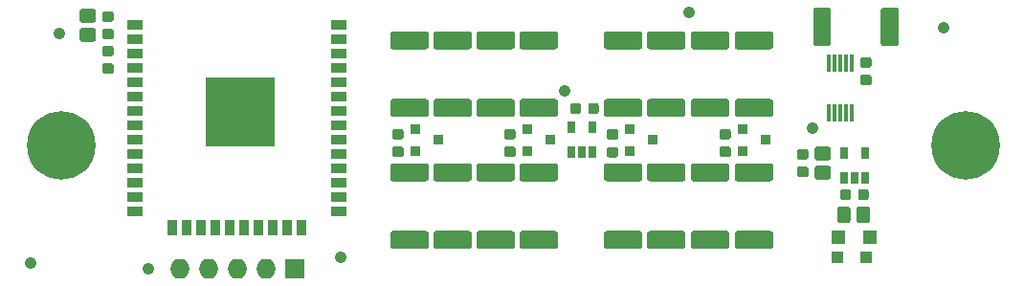
<source format=gts>
G04 #@! TF.GenerationSoftware,KiCad,Pcbnew,5.0.0-fee4fd1~66~ubuntu18.04.1*
G04 #@! TF.CreationDate,2018-08-20T14:29:34+02:00*
G04 #@! TF.ProjectId,ESP32-li-ion-cell-monitor,45535033322D6C692D696F6E2D63656C,1.3*
G04 #@! TF.SameCoordinates,Original*
G04 #@! TF.FileFunction,Soldermask,Top*
G04 #@! TF.FilePolarity,Negative*
%FSLAX46Y46*%
G04 Gerber Fmt 4.6, Leading zero omitted, Abs format (unit mm)*
G04 Created by KiCad (PCBNEW 5.0.0-fee4fd1~66~ubuntu18.04.1) date Mon Aug 20 14:29:34 2018*
%MOMM*%
%LPD*%
G01*
G04 APERTURE LIST*
%ADD10C,1.060000*%
%ADD11O,1.760000X1.760000*%
%ADD12R,1.760000X1.760000*%
%ADD13C,0.860000*%
%ADD14R,6.060000X6.060000*%
%ADD15R,1.410000X0.960000*%
%ADD16R,0.960000X1.410000*%
%ADD17R,0.710000X1.120000*%
%ADD18C,0.100000*%
%ADD19C,1.210000*%
%ADD20C,0.935000*%
%ADD21R,0.960000X0.860000*%
%ADD22R,1.160000X1.160000*%
%ADD23R,1.060000X1.060000*%
%ADD24C,1.585000*%
%ADD25R,0.360000X1.510000*%
%ADD26C,6.059480*%
G04 APERTURE END LIST*
D10*
G04 #@! TO.C,TP9*
X229489000Y-62484000D03*
G04 #@! TD*
D11*
G04 #@! TO.C,J3*
X173482000Y-74930000D03*
X176022000Y-74930000D03*
X178562000Y-74930000D03*
X181102000Y-74930000D03*
D12*
X183642000Y-74930000D03*
G04 #@! TD*
D13*
G04 #@! TO.C,U2*
X176856000Y-58990000D03*
D14*
X178856000Y-60990000D03*
D15*
X169556000Y-53280000D03*
X169556000Y-54550000D03*
X169556000Y-55820000D03*
X169556000Y-57090000D03*
X169556000Y-58360000D03*
X169556000Y-59630000D03*
X169556000Y-60900000D03*
X169556000Y-62170000D03*
X169556000Y-63440000D03*
X169556000Y-64710000D03*
X169556000Y-65980000D03*
X169556000Y-67250000D03*
X169556000Y-68520000D03*
X169556000Y-69790000D03*
D16*
X172856000Y-71290000D03*
X174126000Y-71290000D03*
X175396000Y-71290000D03*
X176666000Y-71290000D03*
X177936000Y-71290000D03*
X179206000Y-71290000D03*
X180476000Y-71290000D03*
X181746000Y-71290000D03*
X183016000Y-71290000D03*
X184286000Y-71290000D03*
D15*
X187586000Y-69790000D03*
X187586000Y-68520000D03*
X187586000Y-67250000D03*
X187586000Y-65980000D03*
X187586000Y-64710000D03*
X187586000Y-63440000D03*
X187586000Y-62170000D03*
X187586000Y-60900000D03*
X187586000Y-59630000D03*
X187586000Y-58360000D03*
X187586000Y-57090000D03*
X187586000Y-55820000D03*
X187586000Y-54550000D03*
X187586000Y-53280000D03*
D13*
X176856000Y-59990000D03*
X176856000Y-60990000D03*
X176856000Y-61990000D03*
X176856000Y-62990000D03*
X177856000Y-62990000D03*
X177856000Y-61990000D03*
X177856000Y-60990000D03*
X177856000Y-59990000D03*
X177856000Y-58990000D03*
X179856000Y-58990000D03*
X179856000Y-59990000D03*
X179856000Y-60990000D03*
X179856000Y-61990000D03*
X179856000Y-62990000D03*
X178856000Y-62990000D03*
X178856000Y-61990000D03*
X178856000Y-60990000D03*
X178856000Y-59990000D03*
X178856000Y-58990000D03*
X180856000Y-62990000D03*
X180856000Y-61990000D03*
X180856000Y-60990000D03*
X180856000Y-59990000D03*
X180856000Y-58990000D03*
G04 #@! TD*
D17*
G04 #@! TO.C,U4*
X208092000Y-64600000D03*
X209042000Y-64600000D03*
X209992000Y-64600000D03*
X209992000Y-62400000D03*
X208092000Y-62400000D03*
G04 #@! TD*
D18*
G04 #@! TO.C,C1*
G36*
X165846740Y-51886267D02*
X165872274Y-51890054D01*
X165897314Y-51896327D01*
X165921619Y-51905023D01*
X165944955Y-51916060D01*
X165967096Y-51929331D01*
X165987830Y-51944708D01*
X166006956Y-51962044D01*
X166024292Y-51981170D01*
X166039669Y-52001904D01*
X166052940Y-52024045D01*
X166063977Y-52047381D01*
X166072673Y-52071686D01*
X166078946Y-52096726D01*
X166082733Y-52122260D01*
X166084000Y-52148043D01*
X166084000Y-52831957D01*
X166082733Y-52857740D01*
X166078946Y-52883274D01*
X166072673Y-52908314D01*
X166063977Y-52932619D01*
X166052940Y-52955955D01*
X166039669Y-52978096D01*
X166024292Y-52998830D01*
X166006956Y-53017956D01*
X165987830Y-53035292D01*
X165967096Y-53050669D01*
X165944955Y-53063940D01*
X165921619Y-53074977D01*
X165897314Y-53083673D01*
X165872274Y-53089946D01*
X165846740Y-53093733D01*
X165820957Y-53095000D01*
X164887043Y-53095000D01*
X164861260Y-53093733D01*
X164835726Y-53089946D01*
X164810686Y-53083673D01*
X164786381Y-53074977D01*
X164763045Y-53063940D01*
X164740904Y-53050669D01*
X164720170Y-53035292D01*
X164701044Y-53017956D01*
X164683708Y-52998830D01*
X164668331Y-52978096D01*
X164655060Y-52955955D01*
X164644023Y-52932619D01*
X164635327Y-52908314D01*
X164629054Y-52883274D01*
X164625267Y-52857740D01*
X164624000Y-52831957D01*
X164624000Y-52148043D01*
X164625267Y-52122260D01*
X164629054Y-52096726D01*
X164635327Y-52071686D01*
X164644023Y-52047381D01*
X164655060Y-52024045D01*
X164668331Y-52001904D01*
X164683708Y-51981170D01*
X164701044Y-51962044D01*
X164720170Y-51944708D01*
X164740904Y-51929331D01*
X164763045Y-51916060D01*
X164786381Y-51905023D01*
X164810686Y-51896327D01*
X164835726Y-51890054D01*
X164861260Y-51886267D01*
X164887043Y-51885000D01*
X165820957Y-51885000D01*
X165846740Y-51886267D01*
X165846740Y-51886267D01*
G37*
D19*
X165354000Y-52490000D03*
D18*
G36*
X165846740Y-53586267D02*
X165872274Y-53590054D01*
X165897314Y-53596327D01*
X165921619Y-53605023D01*
X165944955Y-53616060D01*
X165967096Y-53629331D01*
X165987830Y-53644708D01*
X166006956Y-53662044D01*
X166024292Y-53681170D01*
X166039669Y-53701904D01*
X166052940Y-53724045D01*
X166063977Y-53747381D01*
X166072673Y-53771686D01*
X166078946Y-53796726D01*
X166082733Y-53822260D01*
X166084000Y-53848043D01*
X166084000Y-54531957D01*
X166082733Y-54557740D01*
X166078946Y-54583274D01*
X166072673Y-54608314D01*
X166063977Y-54632619D01*
X166052940Y-54655955D01*
X166039669Y-54678096D01*
X166024292Y-54698830D01*
X166006956Y-54717956D01*
X165987830Y-54735292D01*
X165967096Y-54750669D01*
X165944955Y-54763940D01*
X165921619Y-54774977D01*
X165897314Y-54783673D01*
X165872274Y-54789946D01*
X165846740Y-54793733D01*
X165820957Y-54795000D01*
X164887043Y-54795000D01*
X164861260Y-54793733D01*
X164835726Y-54789946D01*
X164810686Y-54783673D01*
X164786381Y-54774977D01*
X164763045Y-54763940D01*
X164740904Y-54750669D01*
X164720170Y-54735292D01*
X164701044Y-54717956D01*
X164683708Y-54698830D01*
X164668331Y-54678096D01*
X164655060Y-54655955D01*
X164644023Y-54632619D01*
X164635327Y-54608314D01*
X164629054Y-54583274D01*
X164625267Y-54557740D01*
X164624000Y-54531957D01*
X164624000Y-53848043D01*
X164625267Y-53822260D01*
X164629054Y-53796726D01*
X164635327Y-53771686D01*
X164644023Y-53747381D01*
X164655060Y-53724045D01*
X164668331Y-53701904D01*
X164683708Y-53681170D01*
X164701044Y-53662044D01*
X164720170Y-53644708D01*
X164740904Y-53629331D01*
X164763045Y-53616060D01*
X164786381Y-53605023D01*
X164810686Y-53596327D01*
X164835726Y-53590054D01*
X164861260Y-53586267D01*
X164887043Y-53585000D01*
X165820957Y-53585000D01*
X165846740Y-53586267D01*
X165846740Y-53586267D01*
G37*
D19*
X165354000Y-54190000D03*
G04 #@! TD*
D18*
G04 #@! TO.C,C4*
G36*
X234216162Y-67822126D02*
X234238852Y-67825491D01*
X234261104Y-67831065D01*
X234282702Y-67838793D01*
X234303439Y-67848601D01*
X234323115Y-67860394D01*
X234341539Y-67874059D01*
X234358536Y-67889464D01*
X234373941Y-67906461D01*
X234387606Y-67924885D01*
X234399399Y-67944561D01*
X234409207Y-67965298D01*
X234416935Y-67986896D01*
X234422509Y-68009148D01*
X234425874Y-68031838D01*
X234427000Y-68054750D01*
X234427000Y-68597250D01*
X234425874Y-68620162D01*
X234422509Y-68642852D01*
X234416935Y-68665104D01*
X234409207Y-68686702D01*
X234399399Y-68707439D01*
X234387606Y-68727115D01*
X234373941Y-68745539D01*
X234358536Y-68762536D01*
X234341539Y-68777941D01*
X234323115Y-68791606D01*
X234303439Y-68803399D01*
X234282702Y-68813207D01*
X234261104Y-68820935D01*
X234238852Y-68826509D01*
X234216162Y-68829874D01*
X234193250Y-68831000D01*
X233725750Y-68831000D01*
X233702838Y-68829874D01*
X233680148Y-68826509D01*
X233657896Y-68820935D01*
X233636298Y-68813207D01*
X233615561Y-68803399D01*
X233595885Y-68791606D01*
X233577461Y-68777941D01*
X233560464Y-68762536D01*
X233545059Y-68745539D01*
X233531394Y-68727115D01*
X233519601Y-68707439D01*
X233509793Y-68686702D01*
X233502065Y-68665104D01*
X233496491Y-68642852D01*
X233493126Y-68620162D01*
X233492000Y-68597250D01*
X233492000Y-68054750D01*
X233493126Y-68031838D01*
X233496491Y-68009148D01*
X233502065Y-67986896D01*
X233509793Y-67965298D01*
X233519601Y-67944561D01*
X233531394Y-67924885D01*
X233545059Y-67906461D01*
X233560464Y-67889464D01*
X233577461Y-67874059D01*
X233595885Y-67860394D01*
X233615561Y-67848601D01*
X233636298Y-67838793D01*
X233657896Y-67831065D01*
X233680148Y-67825491D01*
X233702838Y-67822126D01*
X233725750Y-67821000D01*
X234193250Y-67821000D01*
X234216162Y-67822126D01*
X234216162Y-67822126D01*
G37*
D20*
X233959500Y-68326000D03*
D18*
G36*
X232641162Y-67822126D02*
X232663852Y-67825491D01*
X232686104Y-67831065D01*
X232707702Y-67838793D01*
X232728439Y-67848601D01*
X232748115Y-67860394D01*
X232766539Y-67874059D01*
X232783536Y-67889464D01*
X232798941Y-67906461D01*
X232812606Y-67924885D01*
X232824399Y-67944561D01*
X232834207Y-67965298D01*
X232841935Y-67986896D01*
X232847509Y-68009148D01*
X232850874Y-68031838D01*
X232852000Y-68054750D01*
X232852000Y-68597250D01*
X232850874Y-68620162D01*
X232847509Y-68642852D01*
X232841935Y-68665104D01*
X232834207Y-68686702D01*
X232824399Y-68707439D01*
X232812606Y-68727115D01*
X232798941Y-68745539D01*
X232783536Y-68762536D01*
X232766539Y-68777941D01*
X232748115Y-68791606D01*
X232728439Y-68803399D01*
X232707702Y-68813207D01*
X232686104Y-68820935D01*
X232663852Y-68826509D01*
X232641162Y-68829874D01*
X232618250Y-68831000D01*
X232150750Y-68831000D01*
X232127838Y-68829874D01*
X232105148Y-68826509D01*
X232082896Y-68820935D01*
X232061298Y-68813207D01*
X232040561Y-68803399D01*
X232020885Y-68791606D01*
X232002461Y-68777941D01*
X231985464Y-68762536D01*
X231970059Y-68745539D01*
X231956394Y-68727115D01*
X231944601Y-68707439D01*
X231934793Y-68686702D01*
X231927065Y-68665104D01*
X231921491Y-68642852D01*
X231918126Y-68620162D01*
X231917000Y-68597250D01*
X231917000Y-68054750D01*
X231918126Y-68031838D01*
X231921491Y-68009148D01*
X231927065Y-67986896D01*
X231934793Y-67965298D01*
X231944601Y-67944561D01*
X231956394Y-67924885D01*
X231970059Y-67906461D01*
X231985464Y-67889464D01*
X232002461Y-67874059D01*
X232020885Y-67860394D01*
X232040561Y-67848601D01*
X232061298Y-67838793D01*
X232082896Y-67831065D01*
X232105148Y-67825491D01*
X232127838Y-67822126D01*
X232150750Y-67821000D01*
X232618250Y-67821000D01*
X232641162Y-67822126D01*
X232641162Y-67822126D01*
G37*
D20*
X232384500Y-68326000D03*
G04 #@! TD*
D18*
G04 #@! TO.C,C5*
G36*
X230870740Y-64078267D02*
X230896274Y-64082054D01*
X230921314Y-64088327D01*
X230945619Y-64097023D01*
X230968955Y-64108060D01*
X230991096Y-64121331D01*
X231011830Y-64136708D01*
X231030956Y-64154044D01*
X231048292Y-64173170D01*
X231063669Y-64193904D01*
X231076940Y-64216045D01*
X231087977Y-64239381D01*
X231096673Y-64263686D01*
X231102946Y-64288726D01*
X231106733Y-64314260D01*
X231108000Y-64340043D01*
X231108000Y-65023957D01*
X231106733Y-65049740D01*
X231102946Y-65075274D01*
X231096673Y-65100314D01*
X231087977Y-65124619D01*
X231076940Y-65147955D01*
X231063669Y-65170096D01*
X231048292Y-65190830D01*
X231030956Y-65209956D01*
X231011830Y-65227292D01*
X230991096Y-65242669D01*
X230968955Y-65255940D01*
X230945619Y-65266977D01*
X230921314Y-65275673D01*
X230896274Y-65281946D01*
X230870740Y-65285733D01*
X230844957Y-65287000D01*
X229911043Y-65287000D01*
X229885260Y-65285733D01*
X229859726Y-65281946D01*
X229834686Y-65275673D01*
X229810381Y-65266977D01*
X229787045Y-65255940D01*
X229764904Y-65242669D01*
X229744170Y-65227292D01*
X229725044Y-65209956D01*
X229707708Y-65190830D01*
X229692331Y-65170096D01*
X229679060Y-65147955D01*
X229668023Y-65124619D01*
X229659327Y-65100314D01*
X229653054Y-65075274D01*
X229649267Y-65049740D01*
X229648000Y-65023957D01*
X229648000Y-64340043D01*
X229649267Y-64314260D01*
X229653054Y-64288726D01*
X229659327Y-64263686D01*
X229668023Y-64239381D01*
X229679060Y-64216045D01*
X229692331Y-64193904D01*
X229707708Y-64173170D01*
X229725044Y-64154044D01*
X229744170Y-64136708D01*
X229764904Y-64121331D01*
X229787045Y-64108060D01*
X229810381Y-64097023D01*
X229834686Y-64088327D01*
X229859726Y-64082054D01*
X229885260Y-64078267D01*
X229911043Y-64077000D01*
X230844957Y-64077000D01*
X230870740Y-64078267D01*
X230870740Y-64078267D01*
G37*
D19*
X230378000Y-64682000D03*
D18*
G36*
X230870740Y-65778267D02*
X230896274Y-65782054D01*
X230921314Y-65788327D01*
X230945619Y-65797023D01*
X230968955Y-65808060D01*
X230991096Y-65821331D01*
X231011830Y-65836708D01*
X231030956Y-65854044D01*
X231048292Y-65873170D01*
X231063669Y-65893904D01*
X231076940Y-65916045D01*
X231087977Y-65939381D01*
X231096673Y-65963686D01*
X231102946Y-65988726D01*
X231106733Y-66014260D01*
X231108000Y-66040043D01*
X231108000Y-66723957D01*
X231106733Y-66749740D01*
X231102946Y-66775274D01*
X231096673Y-66800314D01*
X231087977Y-66824619D01*
X231076940Y-66847955D01*
X231063669Y-66870096D01*
X231048292Y-66890830D01*
X231030956Y-66909956D01*
X231011830Y-66927292D01*
X230991096Y-66942669D01*
X230968955Y-66955940D01*
X230945619Y-66966977D01*
X230921314Y-66975673D01*
X230896274Y-66981946D01*
X230870740Y-66985733D01*
X230844957Y-66987000D01*
X229911043Y-66987000D01*
X229885260Y-66985733D01*
X229859726Y-66981946D01*
X229834686Y-66975673D01*
X229810381Y-66966977D01*
X229787045Y-66955940D01*
X229764904Y-66942669D01*
X229744170Y-66927292D01*
X229725044Y-66909956D01*
X229707708Y-66890830D01*
X229692331Y-66870096D01*
X229679060Y-66847955D01*
X229668023Y-66824619D01*
X229659327Y-66800314D01*
X229653054Y-66775274D01*
X229649267Y-66749740D01*
X229648000Y-66723957D01*
X229648000Y-66040043D01*
X229649267Y-66014260D01*
X229653054Y-65988726D01*
X229659327Y-65963686D01*
X229668023Y-65939381D01*
X229679060Y-65916045D01*
X229692331Y-65893904D01*
X229707708Y-65873170D01*
X229725044Y-65854044D01*
X229744170Y-65836708D01*
X229764904Y-65821331D01*
X229787045Y-65808060D01*
X229810381Y-65797023D01*
X229834686Y-65788327D01*
X229859726Y-65782054D01*
X229885260Y-65778267D01*
X229911043Y-65777000D01*
X230844957Y-65777000D01*
X230870740Y-65778267D01*
X230870740Y-65778267D01*
G37*
D19*
X230378000Y-66382000D03*
G04 #@! TD*
D18*
G04 #@! TO.C,C6*
G36*
X228894162Y-64278126D02*
X228916852Y-64281491D01*
X228939104Y-64287065D01*
X228960702Y-64294793D01*
X228981439Y-64304601D01*
X229001115Y-64316394D01*
X229019539Y-64330059D01*
X229036536Y-64345464D01*
X229051941Y-64362461D01*
X229065606Y-64380885D01*
X229077399Y-64400561D01*
X229087207Y-64421298D01*
X229094935Y-64442896D01*
X229100509Y-64465148D01*
X229103874Y-64487838D01*
X229105000Y-64510750D01*
X229105000Y-64978250D01*
X229103874Y-65001162D01*
X229100509Y-65023852D01*
X229094935Y-65046104D01*
X229087207Y-65067702D01*
X229077399Y-65088439D01*
X229065606Y-65108115D01*
X229051941Y-65126539D01*
X229036536Y-65143536D01*
X229019539Y-65158941D01*
X229001115Y-65172606D01*
X228981439Y-65184399D01*
X228960702Y-65194207D01*
X228939104Y-65201935D01*
X228916852Y-65207509D01*
X228894162Y-65210874D01*
X228871250Y-65212000D01*
X228328750Y-65212000D01*
X228305838Y-65210874D01*
X228283148Y-65207509D01*
X228260896Y-65201935D01*
X228239298Y-65194207D01*
X228218561Y-65184399D01*
X228198885Y-65172606D01*
X228180461Y-65158941D01*
X228163464Y-65143536D01*
X228148059Y-65126539D01*
X228134394Y-65108115D01*
X228122601Y-65088439D01*
X228112793Y-65067702D01*
X228105065Y-65046104D01*
X228099491Y-65023852D01*
X228096126Y-65001162D01*
X228095000Y-64978250D01*
X228095000Y-64510750D01*
X228096126Y-64487838D01*
X228099491Y-64465148D01*
X228105065Y-64442896D01*
X228112793Y-64421298D01*
X228122601Y-64400561D01*
X228134394Y-64380885D01*
X228148059Y-64362461D01*
X228163464Y-64345464D01*
X228180461Y-64330059D01*
X228198885Y-64316394D01*
X228218561Y-64304601D01*
X228239298Y-64294793D01*
X228260896Y-64287065D01*
X228283148Y-64281491D01*
X228305838Y-64278126D01*
X228328750Y-64277000D01*
X228871250Y-64277000D01*
X228894162Y-64278126D01*
X228894162Y-64278126D01*
G37*
D20*
X228600000Y-64744500D03*
D18*
G36*
X228894162Y-65853126D02*
X228916852Y-65856491D01*
X228939104Y-65862065D01*
X228960702Y-65869793D01*
X228981439Y-65879601D01*
X229001115Y-65891394D01*
X229019539Y-65905059D01*
X229036536Y-65920464D01*
X229051941Y-65937461D01*
X229065606Y-65955885D01*
X229077399Y-65975561D01*
X229087207Y-65996298D01*
X229094935Y-66017896D01*
X229100509Y-66040148D01*
X229103874Y-66062838D01*
X229105000Y-66085750D01*
X229105000Y-66553250D01*
X229103874Y-66576162D01*
X229100509Y-66598852D01*
X229094935Y-66621104D01*
X229087207Y-66642702D01*
X229077399Y-66663439D01*
X229065606Y-66683115D01*
X229051941Y-66701539D01*
X229036536Y-66718536D01*
X229019539Y-66733941D01*
X229001115Y-66747606D01*
X228981439Y-66759399D01*
X228960702Y-66769207D01*
X228939104Y-66776935D01*
X228916852Y-66782509D01*
X228894162Y-66785874D01*
X228871250Y-66787000D01*
X228328750Y-66787000D01*
X228305838Y-66785874D01*
X228283148Y-66782509D01*
X228260896Y-66776935D01*
X228239298Y-66769207D01*
X228218561Y-66759399D01*
X228198885Y-66747606D01*
X228180461Y-66733941D01*
X228163464Y-66718536D01*
X228148059Y-66701539D01*
X228134394Y-66683115D01*
X228122601Y-66663439D01*
X228112793Y-66642702D01*
X228105065Y-66621104D01*
X228099491Y-66598852D01*
X228096126Y-66576162D01*
X228095000Y-66553250D01*
X228095000Y-66085750D01*
X228096126Y-66062838D01*
X228099491Y-66040148D01*
X228105065Y-66017896D01*
X228112793Y-65996298D01*
X228122601Y-65975561D01*
X228134394Y-65955885D01*
X228148059Y-65937461D01*
X228163464Y-65920464D01*
X228180461Y-65905059D01*
X228198885Y-65891394D01*
X228218561Y-65879601D01*
X228239298Y-65869793D01*
X228260896Y-65862065D01*
X228283148Y-65856491D01*
X228305838Y-65853126D01*
X228328750Y-65852000D01*
X228871250Y-65852000D01*
X228894162Y-65853126D01*
X228894162Y-65853126D01*
G37*
D20*
X228600000Y-66319500D03*
G04 #@! TD*
D21*
G04 #@! TO.C,Q1*
X196326000Y-63500000D03*
X194326000Y-64450000D03*
X194326000Y-62550000D03*
G04 #@! TD*
G04 #@! TO.C,Q2*
X204232000Y-62550000D03*
X204232000Y-64450000D03*
X206232000Y-63500000D03*
G04 #@! TD*
G04 #@! TO.C,Q3*
X213312000Y-62550000D03*
X213312000Y-64450000D03*
X215312000Y-63500000D03*
G04 #@! TD*
G04 #@! TO.C,Q4*
X225282000Y-63500000D03*
X223282000Y-64450000D03*
X223282000Y-62550000D03*
G04 #@! TD*
D18*
G04 #@! TO.C,C2*
G36*
X232601740Y-69375267D02*
X232627274Y-69379054D01*
X232652314Y-69385327D01*
X232676619Y-69394023D01*
X232699955Y-69405060D01*
X232722096Y-69418331D01*
X232742830Y-69433708D01*
X232761956Y-69451044D01*
X232779292Y-69470170D01*
X232794669Y-69490904D01*
X232807940Y-69513045D01*
X232818977Y-69536381D01*
X232827673Y-69560686D01*
X232833946Y-69585726D01*
X232837733Y-69611260D01*
X232839000Y-69637043D01*
X232839000Y-70570957D01*
X232837733Y-70596740D01*
X232833946Y-70622274D01*
X232827673Y-70647314D01*
X232818977Y-70671619D01*
X232807940Y-70694955D01*
X232794669Y-70717096D01*
X232779292Y-70737830D01*
X232761956Y-70756956D01*
X232742830Y-70774292D01*
X232722096Y-70789669D01*
X232699955Y-70802940D01*
X232676619Y-70813977D01*
X232652314Y-70822673D01*
X232627274Y-70828946D01*
X232601740Y-70832733D01*
X232575957Y-70834000D01*
X231892043Y-70834000D01*
X231866260Y-70832733D01*
X231840726Y-70828946D01*
X231815686Y-70822673D01*
X231791381Y-70813977D01*
X231768045Y-70802940D01*
X231745904Y-70789669D01*
X231725170Y-70774292D01*
X231706044Y-70756956D01*
X231688708Y-70737830D01*
X231673331Y-70717096D01*
X231660060Y-70694955D01*
X231649023Y-70671619D01*
X231640327Y-70647314D01*
X231634054Y-70622274D01*
X231630267Y-70596740D01*
X231629000Y-70570957D01*
X231629000Y-69637043D01*
X231630267Y-69611260D01*
X231634054Y-69585726D01*
X231640327Y-69560686D01*
X231649023Y-69536381D01*
X231660060Y-69513045D01*
X231673331Y-69490904D01*
X231688708Y-69470170D01*
X231706044Y-69451044D01*
X231725170Y-69433708D01*
X231745904Y-69418331D01*
X231768045Y-69405060D01*
X231791381Y-69394023D01*
X231815686Y-69385327D01*
X231840726Y-69379054D01*
X231866260Y-69375267D01*
X231892043Y-69374000D01*
X232575957Y-69374000D01*
X232601740Y-69375267D01*
X232601740Y-69375267D01*
G37*
D19*
X232234000Y-70104000D03*
D18*
G36*
X234301740Y-69375267D02*
X234327274Y-69379054D01*
X234352314Y-69385327D01*
X234376619Y-69394023D01*
X234399955Y-69405060D01*
X234422096Y-69418331D01*
X234442830Y-69433708D01*
X234461956Y-69451044D01*
X234479292Y-69470170D01*
X234494669Y-69490904D01*
X234507940Y-69513045D01*
X234518977Y-69536381D01*
X234527673Y-69560686D01*
X234533946Y-69585726D01*
X234537733Y-69611260D01*
X234539000Y-69637043D01*
X234539000Y-70570957D01*
X234537733Y-70596740D01*
X234533946Y-70622274D01*
X234527673Y-70647314D01*
X234518977Y-70671619D01*
X234507940Y-70694955D01*
X234494669Y-70717096D01*
X234479292Y-70737830D01*
X234461956Y-70756956D01*
X234442830Y-70774292D01*
X234422096Y-70789669D01*
X234399955Y-70802940D01*
X234376619Y-70813977D01*
X234352314Y-70822673D01*
X234327274Y-70828946D01*
X234301740Y-70832733D01*
X234275957Y-70834000D01*
X233592043Y-70834000D01*
X233566260Y-70832733D01*
X233540726Y-70828946D01*
X233515686Y-70822673D01*
X233491381Y-70813977D01*
X233468045Y-70802940D01*
X233445904Y-70789669D01*
X233425170Y-70774292D01*
X233406044Y-70756956D01*
X233388708Y-70737830D01*
X233373331Y-70717096D01*
X233360060Y-70694955D01*
X233349023Y-70671619D01*
X233340327Y-70647314D01*
X233334054Y-70622274D01*
X233330267Y-70596740D01*
X233329000Y-70570957D01*
X233329000Y-69637043D01*
X233330267Y-69611260D01*
X233334054Y-69585726D01*
X233340327Y-69560686D01*
X233349023Y-69536381D01*
X233360060Y-69513045D01*
X233373331Y-69490904D01*
X233388708Y-69470170D01*
X233406044Y-69451044D01*
X233425170Y-69433708D01*
X233445904Y-69418331D01*
X233468045Y-69405060D01*
X233491381Y-69394023D01*
X233515686Y-69385327D01*
X233540726Y-69379054D01*
X233566260Y-69375267D01*
X233592043Y-69374000D01*
X234275957Y-69374000D01*
X234301740Y-69375267D01*
X234301740Y-69375267D01*
G37*
D19*
X233934000Y-70104000D03*
G04 #@! TD*
D18*
G04 #@! TO.C,C3*
G36*
X167426162Y-52086126D02*
X167448852Y-52089491D01*
X167471104Y-52095065D01*
X167492702Y-52102793D01*
X167513439Y-52112601D01*
X167533115Y-52124394D01*
X167551539Y-52138059D01*
X167568536Y-52153464D01*
X167583941Y-52170461D01*
X167597606Y-52188885D01*
X167609399Y-52208561D01*
X167619207Y-52229298D01*
X167626935Y-52250896D01*
X167632509Y-52273148D01*
X167635874Y-52295838D01*
X167637000Y-52318750D01*
X167637000Y-52786250D01*
X167635874Y-52809162D01*
X167632509Y-52831852D01*
X167626935Y-52854104D01*
X167619207Y-52875702D01*
X167609399Y-52896439D01*
X167597606Y-52916115D01*
X167583941Y-52934539D01*
X167568536Y-52951536D01*
X167551539Y-52966941D01*
X167533115Y-52980606D01*
X167513439Y-52992399D01*
X167492702Y-53002207D01*
X167471104Y-53009935D01*
X167448852Y-53015509D01*
X167426162Y-53018874D01*
X167403250Y-53020000D01*
X166860750Y-53020000D01*
X166837838Y-53018874D01*
X166815148Y-53015509D01*
X166792896Y-53009935D01*
X166771298Y-53002207D01*
X166750561Y-52992399D01*
X166730885Y-52980606D01*
X166712461Y-52966941D01*
X166695464Y-52951536D01*
X166680059Y-52934539D01*
X166666394Y-52916115D01*
X166654601Y-52896439D01*
X166644793Y-52875702D01*
X166637065Y-52854104D01*
X166631491Y-52831852D01*
X166628126Y-52809162D01*
X166627000Y-52786250D01*
X166627000Y-52318750D01*
X166628126Y-52295838D01*
X166631491Y-52273148D01*
X166637065Y-52250896D01*
X166644793Y-52229298D01*
X166654601Y-52208561D01*
X166666394Y-52188885D01*
X166680059Y-52170461D01*
X166695464Y-52153464D01*
X166712461Y-52138059D01*
X166730885Y-52124394D01*
X166750561Y-52112601D01*
X166771298Y-52102793D01*
X166792896Y-52095065D01*
X166815148Y-52089491D01*
X166837838Y-52086126D01*
X166860750Y-52085000D01*
X167403250Y-52085000D01*
X167426162Y-52086126D01*
X167426162Y-52086126D01*
G37*
D20*
X167132000Y-52552500D03*
D18*
G36*
X167426162Y-53661126D02*
X167448852Y-53664491D01*
X167471104Y-53670065D01*
X167492702Y-53677793D01*
X167513439Y-53687601D01*
X167533115Y-53699394D01*
X167551539Y-53713059D01*
X167568536Y-53728464D01*
X167583941Y-53745461D01*
X167597606Y-53763885D01*
X167609399Y-53783561D01*
X167619207Y-53804298D01*
X167626935Y-53825896D01*
X167632509Y-53848148D01*
X167635874Y-53870838D01*
X167637000Y-53893750D01*
X167637000Y-54361250D01*
X167635874Y-54384162D01*
X167632509Y-54406852D01*
X167626935Y-54429104D01*
X167619207Y-54450702D01*
X167609399Y-54471439D01*
X167597606Y-54491115D01*
X167583941Y-54509539D01*
X167568536Y-54526536D01*
X167551539Y-54541941D01*
X167533115Y-54555606D01*
X167513439Y-54567399D01*
X167492702Y-54577207D01*
X167471104Y-54584935D01*
X167448852Y-54590509D01*
X167426162Y-54593874D01*
X167403250Y-54595000D01*
X166860750Y-54595000D01*
X166837838Y-54593874D01*
X166815148Y-54590509D01*
X166792896Y-54584935D01*
X166771298Y-54577207D01*
X166750561Y-54567399D01*
X166730885Y-54555606D01*
X166712461Y-54541941D01*
X166695464Y-54526536D01*
X166680059Y-54509539D01*
X166666394Y-54491115D01*
X166654601Y-54471439D01*
X166644793Y-54450702D01*
X166637065Y-54429104D01*
X166631491Y-54406852D01*
X166628126Y-54384162D01*
X166627000Y-54361250D01*
X166627000Y-53893750D01*
X166628126Y-53870838D01*
X166631491Y-53848148D01*
X166637065Y-53825896D01*
X166644793Y-53804298D01*
X166654601Y-53783561D01*
X166666394Y-53763885D01*
X166680059Y-53745461D01*
X166695464Y-53728464D01*
X166712461Y-53713059D01*
X166730885Y-53699394D01*
X166750561Y-53687601D01*
X166771298Y-53677793D01*
X166792896Y-53670065D01*
X166815148Y-53664491D01*
X166837838Y-53661126D01*
X166860750Y-53660000D01*
X167403250Y-53660000D01*
X167426162Y-53661126D01*
X167426162Y-53661126D01*
G37*
D20*
X167132000Y-54127500D03*
G04 #@! TD*
D18*
G04 #@! TO.C,R1*
G36*
X167426162Y-56709126D02*
X167448852Y-56712491D01*
X167471104Y-56718065D01*
X167492702Y-56725793D01*
X167513439Y-56735601D01*
X167533115Y-56747394D01*
X167551539Y-56761059D01*
X167568536Y-56776464D01*
X167583941Y-56793461D01*
X167597606Y-56811885D01*
X167609399Y-56831561D01*
X167619207Y-56852298D01*
X167626935Y-56873896D01*
X167632509Y-56896148D01*
X167635874Y-56918838D01*
X167637000Y-56941750D01*
X167637000Y-57409250D01*
X167635874Y-57432162D01*
X167632509Y-57454852D01*
X167626935Y-57477104D01*
X167619207Y-57498702D01*
X167609399Y-57519439D01*
X167597606Y-57539115D01*
X167583941Y-57557539D01*
X167568536Y-57574536D01*
X167551539Y-57589941D01*
X167533115Y-57603606D01*
X167513439Y-57615399D01*
X167492702Y-57625207D01*
X167471104Y-57632935D01*
X167448852Y-57638509D01*
X167426162Y-57641874D01*
X167403250Y-57643000D01*
X166860750Y-57643000D01*
X166837838Y-57641874D01*
X166815148Y-57638509D01*
X166792896Y-57632935D01*
X166771298Y-57625207D01*
X166750561Y-57615399D01*
X166730885Y-57603606D01*
X166712461Y-57589941D01*
X166695464Y-57574536D01*
X166680059Y-57557539D01*
X166666394Y-57539115D01*
X166654601Y-57519439D01*
X166644793Y-57498702D01*
X166637065Y-57477104D01*
X166631491Y-57454852D01*
X166628126Y-57432162D01*
X166627000Y-57409250D01*
X166627000Y-56941750D01*
X166628126Y-56918838D01*
X166631491Y-56896148D01*
X166637065Y-56873896D01*
X166644793Y-56852298D01*
X166654601Y-56831561D01*
X166666394Y-56811885D01*
X166680059Y-56793461D01*
X166695464Y-56776464D01*
X166712461Y-56761059D01*
X166730885Y-56747394D01*
X166750561Y-56735601D01*
X166771298Y-56725793D01*
X166792896Y-56718065D01*
X166815148Y-56712491D01*
X166837838Y-56709126D01*
X166860750Y-56708000D01*
X167403250Y-56708000D01*
X167426162Y-56709126D01*
X167426162Y-56709126D01*
G37*
D20*
X167132000Y-57175500D03*
D18*
G36*
X167426162Y-55134126D02*
X167448852Y-55137491D01*
X167471104Y-55143065D01*
X167492702Y-55150793D01*
X167513439Y-55160601D01*
X167533115Y-55172394D01*
X167551539Y-55186059D01*
X167568536Y-55201464D01*
X167583941Y-55218461D01*
X167597606Y-55236885D01*
X167609399Y-55256561D01*
X167619207Y-55277298D01*
X167626935Y-55298896D01*
X167632509Y-55321148D01*
X167635874Y-55343838D01*
X167637000Y-55366750D01*
X167637000Y-55834250D01*
X167635874Y-55857162D01*
X167632509Y-55879852D01*
X167626935Y-55902104D01*
X167619207Y-55923702D01*
X167609399Y-55944439D01*
X167597606Y-55964115D01*
X167583941Y-55982539D01*
X167568536Y-55999536D01*
X167551539Y-56014941D01*
X167533115Y-56028606D01*
X167513439Y-56040399D01*
X167492702Y-56050207D01*
X167471104Y-56057935D01*
X167448852Y-56063509D01*
X167426162Y-56066874D01*
X167403250Y-56068000D01*
X166860750Y-56068000D01*
X166837838Y-56066874D01*
X166815148Y-56063509D01*
X166792896Y-56057935D01*
X166771298Y-56050207D01*
X166750561Y-56040399D01*
X166730885Y-56028606D01*
X166712461Y-56014941D01*
X166695464Y-55999536D01*
X166680059Y-55982539D01*
X166666394Y-55964115D01*
X166654601Y-55944439D01*
X166644793Y-55923702D01*
X166637065Y-55902104D01*
X166631491Y-55879852D01*
X166628126Y-55857162D01*
X166627000Y-55834250D01*
X166627000Y-55366750D01*
X166628126Y-55343838D01*
X166631491Y-55321148D01*
X166637065Y-55298896D01*
X166644793Y-55277298D01*
X166654601Y-55256561D01*
X166666394Y-55236885D01*
X166680059Y-55218461D01*
X166695464Y-55201464D01*
X166712461Y-55186059D01*
X166730885Y-55172394D01*
X166750561Y-55160601D01*
X166771298Y-55150793D01*
X166792896Y-55143065D01*
X166815148Y-55137491D01*
X166837838Y-55134126D01*
X166860750Y-55133000D01*
X167403250Y-55133000D01*
X167426162Y-55134126D01*
X167426162Y-55134126D01*
G37*
D20*
X167132000Y-55600500D03*
G04 #@! TD*
D18*
G04 #@! TO.C,C7*
G36*
X234482162Y-56150126D02*
X234504852Y-56153491D01*
X234527104Y-56159065D01*
X234548702Y-56166793D01*
X234569439Y-56176601D01*
X234589115Y-56188394D01*
X234607539Y-56202059D01*
X234624536Y-56217464D01*
X234639941Y-56234461D01*
X234653606Y-56252885D01*
X234665399Y-56272561D01*
X234675207Y-56293298D01*
X234682935Y-56314896D01*
X234688509Y-56337148D01*
X234691874Y-56359838D01*
X234693000Y-56382750D01*
X234693000Y-56850250D01*
X234691874Y-56873162D01*
X234688509Y-56895852D01*
X234682935Y-56918104D01*
X234675207Y-56939702D01*
X234665399Y-56960439D01*
X234653606Y-56980115D01*
X234639941Y-56998539D01*
X234624536Y-57015536D01*
X234607539Y-57030941D01*
X234589115Y-57044606D01*
X234569439Y-57056399D01*
X234548702Y-57066207D01*
X234527104Y-57073935D01*
X234504852Y-57079509D01*
X234482162Y-57082874D01*
X234459250Y-57084000D01*
X233916750Y-57084000D01*
X233893838Y-57082874D01*
X233871148Y-57079509D01*
X233848896Y-57073935D01*
X233827298Y-57066207D01*
X233806561Y-57056399D01*
X233786885Y-57044606D01*
X233768461Y-57030941D01*
X233751464Y-57015536D01*
X233736059Y-56998539D01*
X233722394Y-56980115D01*
X233710601Y-56960439D01*
X233700793Y-56939702D01*
X233693065Y-56918104D01*
X233687491Y-56895852D01*
X233684126Y-56873162D01*
X233683000Y-56850250D01*
X233683000Y-56382750D01*
X233684126Y-56359838D01*
X233687491Y-56337148D01*
X233693065Y-56314896D01*
X233700793Y-56293298D01*
X233710601Y-56272561D01*
X233722394Y-56252885D01*
X233736059Y-56234461D01*
X233751464Y-56217464D01*
X233768461Y-56202059D01*
X233786885Y-56188394D01*
X233806561Y-56176601D01*
X233827298Y-56166793D01*
X233848896Y-56159065D01*
X233871148Y-56153491D01*
X233893838Y-56150126D01*
X233916750Y-56149000D01*
X234459250Y-56149000D01*
X234482162Y-56150126D01*
X234482162Y-56150126D01*
G37*
D20*
X234188000Y-56616500D03*
D18*
G36*
X234482162Y-57725126D02*
X234504852Y-57728491D01*
X234527104Y-57734065D01*
X234548702Y-57741793D01*
X234569439Y-57751601D01*
X234589115Y-57763394D01*
X234607539Y-57777059D01*
X234624536Y-57792464D01*
X234639941Y-57809461D01*
X234653606Y-57827885D01*
X234665399Y-57847561D01*
X234675207Y-57868298D01*
X234682935Y-57889896D01*
X234688509Y-57912148D01*
X234691874Y-57934838D01*
X234693000Y-57957750D01*
X234693000Y-58425250D01*
X234691874Y-58448162D01*
X234688509Y-58470852D01*
X234682935Y-58493104D01*
X234675207Y-58514702D01*
X234665399Y-58535439D01*
X234653606Y-58555115D01*
X234639941Y-58573539D01*
X234624536Y-58590536D01*
X234607539Y-58605941D01*
X234589115Y-58619606D01*
X234569439Y-58631399D01*
X234548702Y-58641207D01*
X234527104Y-58648935D01*
X234504852Y-58654509D01*
X234482162Y-58657874D01*
X234459250Y-58659000D01*
X233916750Y-58659000D01*
X233893838Y-58657874D01*
X233871148Y-58654509D01*
X233848896Y-58648935D01*
X233827298Y-58641207D01*
X233806561Y-58631399D01*
X233786885Y-58619606D01*
X233768461Y-58605941D01*
X233751464Y-58590536D01*
X233736059Y-58573539D01*
X233722394Y-58555115D01*
X233710601Y-58535439D01*
X233700793Y-58514702D01*
X233693065Y-58493104D01*
X233687491Y-58470852D01*
X233684126Y-58448162D01*
X233683000Y-58425250D01*
X233683000Y-57957750D01*
X233684126Y-57934838D01*
X233687491Y-57912148D01*
X233693065Y-57889896D01*
X233700793Y-57868298D01*
X233710601Y-57847561D01*
X233722394Y-57827885D01*
X233736059Y-57809461D01*
X233751464Y-57792464D01*
X233768461Y-57777059D01*
X233786885Y-57763394D01*
X233806561Y-57751601D01*
X233827298Y-57741793D01*
X233848896Y-57734065D01*
X233871148Y-57728491D01*
X233893838Y-57725126D01*
X233916750Y-57724000D01*
X234459250Y-57724000D01*
X234482162Y-57725126D01*
X234482162Y-57725126D01*
G37*
D20*
X234188000Y-58191500D03*
G04 #@! TD*
D18*
G04 #@! TO.C,C8*
G36*
X210340162Y-60202126D02*
X210362852Y-60205491D01*
X210385104Y-60211065D01*
X210406702Y-60218793D01*
X210427439Y-60228601D01*
X210447115Y-60240394D01*
X210465539Y-60254059D01*
X210482536Y-60269464D01*
X210497941Y-60286461D01*
X210511606Y-60304885D01*
X210523399Y-60324561D01*
X210533207Y-60345298D01*
X210540935Y-60366896D01*
X210546509Y-60389148D01*
X210549874Y-60411838D01*
X210551000Y-60434750D01*
X210551000Y-60977250D01*
X210549874Y-61000162D01*
X210546509Y-61022852D01*
X210540935Y-61045104D01*
X210533207Y-61066702D01*
X210523399Y-61087439D01*
X210511606Y-61107115D01*
X210497941Y-61125539D01*
X210482536Y-61142536D01*
X210465539Y-61157941D01*
X210447115Y-61171606D01*
X210427439Y-61183399D01*
X210406702Y-61193207D01*
X210385104Y-61200935D01*
X210362852Y-61206509D01*
X210340162Y-61209874D01*
X210317250Y-61211000D01*
X209849750Y-61211000D01*
X209826838Y-61209874D01*
X209804148Y-61206509D01*
X209781896Y-61200935D01*
X209760298Y-61193207D01*
X209739561Y-61183399D01*
X209719885Y-61171606D01*
X209701461Y-61157941D01*
X209684464Y-61142536D01*
X209669059Y-61125539D01*
X209655394Y-61107115D01*
X209643601Y-61087439D01*
X209633793Y-61066702D01*
X209626065Y-61045104D01*
X209620491Y-61022852D01*
X209617126Y-61000162D01*
X209616000Y-60977250D01*
X209616000Y-60434750D01*
X209617126Y-60411838D01*
X209620491Y-60389148D01*
X209626065Y-60366896D01*
X209633793Y-60345298D01*
X209643601Y-60324561D01*
X209655394Y-60304885D01*
X209669059Y-60286461D01*
X209684464Y-60269464D01*
X209701461Y-60254059D01*
X209719885Y-60240394D01*
X209739561Y-60228601D01*
X209760298Y-60218793D01*
X209781896Y-60211065D01*
X209804148Y-60205491D01*
X209826838Y-60202126D01*
X209849750Y-60201000D01*
X210317250Y-60201000D01*
X210340162Y-60202126D01*
X210340162Y-60202126D01*
G37*
D20*
X210083500Y-60706000D03*
D18*
G36*
X208765162Y-60202126D02*
X208787852Y-60205491D01*
X208810104Y-60211065D01*
X208831702Y-60218793D01*
X208852439Y-60228601D01*
X208872115Y-60240394D01*
X208890539Y-60254059D01*
X208907536Y-60269464D01*
X208922941Y-60286461D01*
X208936606Y-60304885D01*
X208948399Y-60324561D01*
X208958207Y-60345298D01*
X208965935Y-60366896D01*
X208971509Y-60389148D01*
X208974874Y-60411838D01*
X208976000Y-60434750D01*
X208976000Y-60977250D01*
X208974874Y-61000162D01*
X208971509Y-61022852D01*
X208965935Y-61045104D01*
X208958207Y-61066702D01*
X208948399Y-61087439D01*
X208936606Y-61107115D01*
X208922941Y-61125539D01*
X208907536Y-61142536D01*
X208890539Y-61157941D01*
X208872115Y-61171606D01*
X208852439Y-61183399D01*
X208831702Y-61193207D01*
X208810104Y-61200935D01*
X208787852Y-61206509D01*
X208765162Y-61209874D01*
X208742250Y-61211000D01*
X208274750Y-61211000D01*
X208251838Y-61209874D01*
X208229148Y-61206509D01*
X208206896Y-61200935D01*
X208185298Y-61193207D01*
X208164561Y-61183399D01*
X208144885Y-61171606D01*
X208126461Y-61157941D01*
X208109464Y-61142536D01*
X208094059Y-61125539D01*
X208080394Y-61107115D01*
X208068601Y-61087439D01*
X208058793Y-61066702D01*
X208051065Y-61045104D01*
X208045491Y-61022852D01*
X208042126Y-61000162D01*
X208041000Y-60977250D01*
X208041000Y-60434750D01*
X208042126Y-60411838D01*
X208045491Y-60389148D01*
X208051065Y-60366896D01*
X208058793Y-60345298D01*
X208068601Y-60324561D01*
X208080394Y-60304885D01*
X208094059Y-60286461D01*
X208109464Y-60269464D01*
X208126461Y-60254059D01*
X208144885Y-60240394D01*
X208164561Y-60228601D01*
X208185298Y-60218793D01*
X208206896Y-60211065D01*
X208229148Y-60205491D01*
X208251838Y-60202126D01*
X208274750Y-60201000D01*
X208742250Y-60201000D01*
X208765162Y-60202126D01*
X208765162Y-60202126D01*
G37*
D20*
X208508500Y-60706000D03*
G04 #@! TD*
D22*
G04 #@! TO.C,D1*
X231772000Y-72136000D03*
X234572000Y-72136000D03*
G04 #@! TD*
D23*
G04 #@! TO.C,D2*
X231668000Y-73914000D03*
X234168000Y-73914000D03*
G04 #@! TD*
D18*
G04 #@! TO.C,R2*
G36*
X195272633Y-71538251D02*
X195297856Y-71541993D01*
X195322591Y-71548188D01*
X195346600Y-71556779D01*
X195369650Y-71567681D01*
X195391522Y-71580790D01*
X195412003Y-71595980D01*
X195430896Y-71613104D01*
X195448020Y-71631997D01*
X195463210Y-71652478D01*
X195476319Y-71674350D01*
X195487221Y-71697400D01*
X195495812Y-71721409D01*
X195502007Y-71746144D01*
X195505749Y-71771367D01*
X195507000Y-71796835D01*
X195507000Y-72862165D01*
X195505749Y-72887633D01*
X195502007Y-72912856D01*
X195495812Y-72937591D01*
X195487221Y-72961600D01*
X195476319Y-72984650D01*
X195463210Y-73006522D01*
X195448020Y-73027003D01*
X195430896Y-73045896D01*
X195412003Y-73063020D01*
X195391522Y-73078210D01*
X195369650Y-73091319D01*
X195346600Y-73102221D01*
X195322591Y-73110812D01*
X195297856Y-73117007D01*
X195272633Y-73120749D01*
X195247165Y-73122000D01*
X192356835Y-73122000D01*
X192331367Y-73120749D01*
X192306144Y-73117007D01*
X192281409Y-73110812D01*
X192257400Y-73102221D01*
X192234350Y-73091319D01*
X192212478Y-73078210D01*
X192191997Y-73063020D01*
X192173104Y-73045896D01*
X192155980Y-73027003D01*
X192140790Y-73006522D01*
X192127681Y-72984650D01*
X192116779Y-72961600D01*
X192108188Y-72937591D01*
X192101993Y-72912856D01*
X192098251Y-72887633D01*
X192097000Y-72862165D01*
X192097000Y-71796835D01*
X192098251Y-71771367D01*
X192101993Y-71746144D01*
X192108188Y-71721409D01*
X192116779Y-71697400D01*
X192127681Y-71674350D01*
X192140790Y-71652478D01*
X192155980Y-71631997D01*
X192173104Y-71613104D01*
X192191997Y-71595980D01*
X192212478Y-71580790D01*
X192234350Y-71567681D01*
X192257400Y-71556779D01*
X192281409Y-71548188D01*
X192306144Y-71541993D01*
X192331367Y-71538251D01*
X192356835Y-71537000D01*
X195247165Y-71537000D01*
X195272633Y-71538251D01*
X195272633Y-71538251D01*
G37*
D24*
X193802000Y-72329500D03*
D18*
G36*
X195272633Y-65563251D02*
X195297856Y-65566993D01*
X195322591Y-65573188D01*
X195346600Y-65581779D01*
X195369650Y-65592681D01*
X195391522Y-65605790D01*
X195412003Y-65620980D01*
X195430896Y-65638104D01*
X195448020Y-65656997D01*
X195463210Y-65677478D01*
X195476319Y-65699350D01*
X195487221Y-65722400D01*
X195495812Y-65746409D01*
X195502007Y-65771144D01*
X195505749Y-65796367D01*
X195507000Y-65821835D01*
X195507000Y-66887165D01*
X195505749Y-66912633D01*
X195502007Y-66937856D01*
X195495812Y-66962591D01*
X195487221Y-66986600D01*
X195476319Y-67009650D01*
X195463210Y-67031522D01*
X195448020Y-67052003D01*
X195430896Y-67070896D01*
X195412003Y-67088020D01*
X195391522Y-67103210D01*
X195369650Y-67116319D01*
X195346600Y-67127221D01*
X195322591Y-67135812D01*
X195297856Y-67142007D01*
X195272633Y-67145749D01*
X195247165Y-67147000D01*
X192356835Y-67147000D01*
X192331367Y-67145749D01*
X192306144Y-67142007D01*
X192281409Y-67135812D01*
X192257400Y-67127221D01*
X192234350Y-67116319D01*
X192212478Y-67103210D01*
X192191997Y-67088020D01*
X192173104Y-67070896D01*
X192155980Y-67052003D01*
X192140790Y-67031522D01*
X192127681Y-67009650D01*
X192116779Y-66986600D01*
X192108188Y-66962591D01*
X192101993Y-66937856D01*
X192098251Y-66912633D01*
X192097000Y-66887165D01*
X192097000Y-65821835D01*
X192098251Y-65796367D01*
X192101993Y-65771144D01*
X192108188Y-65746409D01*
X192116779Y-65722400D01*
X192127681Y-65699350D01*
X192140790Y-65677478D01*
X192155980Y-65656997D01*
X192173104Y-65638104D01*
X192191997Y-65620980D01*
X192212478Y-65605790D01*
X192234350Y-65592681D01*
X192257400Y-65581779D01*
X192281409Y-65573188D01*
X192306144Y-65566993D01*
X192331367Y-65563251D01*
X192356835Y-65562000D01*
X195247165Y-65562000D01*
X195272633Y-65563251D01*
X195272633Y-65563251D01*
G37*
D24*
X193802000Y-66354500D03*
G04 #@! TD*
D18*
G04 #@! TO.C,R3*
G36*
X199082633Y-65563251D02*
X199107856Y-65566993D01*
X199132591Y-65573188D01*
X199156600Y-65581779D01*
X199179650Y-65592681D01*
X199201522Y-65605790D01*
X199222003Y-65620980D01*
X199240896Y-65638104D01*
X199258020Y-65656997D01*
X199273210Y-65677478D01*
X199286319Y-65699350D01*
X199297221Y-65722400D01*
X199305812Y-65746409D01*
X199312007Y-65771144D01*
X199315749Y-65796367D01*
X199317000Y-65821835D01*
X199317000Y-66887165D01*
X199315749Y-66912633D01*
X199312007Y-66937856D01*
X199305812Y-66962591D01*
X199297221Y-66986600D01*
X199286319Y-67009650D01*
X199273210Y-67031522D01*
X199258020Y-67052003D01*
X199240896Y-67070896D01*
X199222003Y-67088020D01*
X199201522Y-67103210D01*
X199179650Y-67116319D01*
X199156600Y-67127221D01*
X199132591Y-67135812D01*
X199107856Y-67142007D01*
X199082633Y-67145749D01*
X199057165Y-67147000D01*
X196166835Y-67147000D01*
X196141367Y-67145749D01*
X196116144Y-67142007D01*
X196091409Y-67135812D01*
X196067400Y-67127221D01*
X196044350Y-67116319D01*
X196022478Y-67103210D01*
X196001997Y-67088020D01*
X195983104Y-67070896D01*
X195965980Y-67052003D01*
X195950790Y-67031522D01*
X195937681Y-67009650D01*
X195926779Y-66986600D01*
X195918188Y-66962591D01*
X195911993Y-66937856D01*
X195908251Y-66912633D01*
X195907000Y-66887165D01*
X195907000Y-65821835D01*
X195908251Y-65796367D01*
X195911993Y-65771144D01*
X195918188Y-65746409D01*
X195926779Y-65722400D01*
X195937681Y-65699350D01*
X195950790Y-65677478D01*
X195965980Y-65656997D01*
X195983104Y-65638104D01*
X196001997Y-65620980D01*
X196022478Y-65605790D01*
X196044350Y-65592681D01*
X196067400Y-65581779D01*
X196091409Y-65573188D01*
X196116144Y-65566993D01*
X196141367Y-65563251D01*
X196166835Y-65562000D01*
X199057165Y-65562000D01*
X199082633Y-65563251D01*
X199082633Y-65563251D01*
G37*
D24*
X197612000Y-66354500D03*
D18*
G36*
X199082633Y-71538251D02*
X199107856Y-71541993D01*
X199132591Y-71548188D01*
X199156600Y-71556779D01*
X199179650Y-71567681D01*
X199201522Y-71580790D01*
X199222003Y-71595980D01*
X199240896Y-71613104D01*
X199258020Y-71631997D01*
X199273210Y-71652478D01*
X199286319Y-71674350D01*
X199297221Y-71697400D01*
X199305812Y-71721409D01*
X199312007Y-71746144D01*
X199315749Y-71771367D01*
X199317000Y-71796835D01*
X199317000Y-72862165D01*
X199315749Y-72887633D01*
X199312007Y-72912856D01*
X199305812Y-72937591D01*
X199297221Y-72961600D01*
X199286319Y-72984650D01*
X199273210Y-73006522D01*
X199258020Y-73027003D01*
X199240896Y-73045896D01*
X199222003Y-73063020D01*
X199201522Y-73078210D01*
X199179650Y-73091319D01*
X199156600Y-73102221D01*
X199132591Y-73110812D01*
X199107856Y-73117007D01*
X199082633Y-73120749D01*
X199057165Y-73122000D01*
X196166835Y-73122000D01*
X196141367Y-73120749D01*
X196116144Y-73117007D01*
X196091409Y-73110812D01*
X196067400Y-73102221D01*
X196044350Y-73091319D01*
X196022478Y-73078210D01*
X196001997Y-73063020D01*
X195983104Y-73045896D01*
X195965980Y-73027003D01*
X195950790Y-73006522D01*
X195937681Y-72984650D01*
X195926779Y-72961600D01*
X195918188Y-72937591D01*
X195911993Y-72912856D01*
X195908251Y-72887633D01*
X195907000Y-72862165D01*
X195907000Y-71796835D01*
X195908251Y-71771367D01*
X195911993Y-71746144D01*
X195918188Y-71721409D01*
X195926779Y-71697400D01*
X195937681Y-71674350D01*
X195950790Y-71652478D01*
X195965980Y-71631997D01*
X195983104Y-71613104D01*
X196001997Y-71595980D01*
X196022478Y-71580790D01*
X196044350Y-71567681D01*
X196067400Y-71556779D01*
X196091409Y-71548188D01*
X196116144Y-71541993D01*
X196141367Y-71538251D01*
X196166835Y-71537000D01*
X199057165Y-71537000D01*
X199082633Y-71538251D01*
X199082633Y-71538251D01*
G37*
D24*
X197612000Y-72329500D03*
G04 #@! TD*
D18*
G04 #@! TO.C,R4*
G36*
X195272633Y-53879251D02*
X195297856Y-53882993D01*
X195322591Y-53889188D01*
X195346600Y-53897779D01*
X195369650Y-53908681D01*
X195391522Y-53921790D01*
X195412003Y-53936980D01*
X195430896Y-53954104D01*
X195448020Y-53972997D01*
X195463210Y-53993478D01*
X195476319Y-54015350D01*
X195487221Y-54038400D01*
X195495812Y-54062409D01*
X195502007Y-54087144D01*
X195505749Y-54112367D01*
X195507000Y-54137835D01*
X195507000Y-55203165D01*
X195505749Y-55228633D01*
X195502007Y-55253856D01*
X195495812Y-55278591D01*
X195487221Y-55302600D01*
X195476319Y-55325650D01*
X195463210Y-55347522D01*
X195448020Y-55368003D01*
X195430896Y-55386896D01*
X195412003Y-55404020D01*
X195391522Y-55419210D01*
X195369650Y-55432319D01*
X195346600Y-55443221D01*
X195322591Y-55451812D01*
X195297856Y-55458007D01*
X195272633Y-55461749D01*
X195247165Y-55463000D01*
X192356835Y-55463000D01*
X192331367Y-55461749D01*
X192306144Y-55458007D01*
X192281409Y-55451812D01*
X192257400Y-55443221D01*
X192234350Y-55432319D01*
X192212478Y-55419210D01*
X192191997Y-55404020D01*
X192173104Y-55386896D01*
X192155980Y-55368003D01*
X192140790Y-55347522D01*
X192127681Y-55325650D01*
X192116779Y-55302600D01*
X192108188Y-55278591D01*
X192101993Y-55253856D01*
X192098251Y-55228633D01*
X192097000Y-55203165D01*
X192097000Y-54137835D01*
X192098251Y-54112367D01*
X192101993Y-54087144D01*
X192108188Y-54062409D01*
X192116779Y-54038400D01*
X192127681Y-54015350D01*
X192140790Y-53993478D01*
X192155980Y-53972997D01*
X192173104Y-53954104D01*
X192191997Y-53936980D01*
X192212478Y-53921790D01*
X192234350Y-53908681D01*
X192257400Y-53897779D01*
X192281409Y-53889188D01*
X192306144Y-53882993D01*
X192331367Y-53879251D01*
X192356835Y-53878000D01*
X195247165Y-53878000D01*
X195272633Y-53879251D01*
X195272633Y-53879251D01*
G37*
D24*
X193802000Y-54670500D03*
D18*
G36*
X195272633Y-59854251D02*
X195297856Y-59857993D01*
X195322591Y-59864188D01*
X195346600Y-59872779D01*
X195369650Y-59883681D01*
X195391522Y-59896790D01*
X195412003Y-59911980D01*
X195430896Y-59929104D01*
X195448020Y-59947997D01*
X195463210Y-59968478D01*
X195476319Y-59990350D01*
X195487221Y-60013400D01*
X195495812Y-60037409D01*
X195502007Y-60062144D01*
X195505749Y-60087367D01*
X195507000Y-60112835D01*
X195507000Y-61178165D01*
X195505749Y-61203633D01*
X195502007Y-61228856D01*
X195495812Y-61253591D01*
X195487221Y-61277600D01*
X195476319Y-61300650D01*
X195463210Y-61322522D01*
X195448020Y-61343003D01*
X195430896Y-61361896D01*
X195412003Y-61379020D01*
X195391522Y-61394210D01*
X195369650Y-61407319D01*
X195346600Y-61418221D01*
X195322591Y-61426812D01*
X195297856Y-61433007D01*
X195272633Y-61436749D01*
X195247165Y-61438000D01*
X192356835Y-61438000D01*
X192331367Y-61436749D01*
X192306144Y-61433007D01*
X192281409Y-61426812D01*
X192257400Y-61418221D01*
X192234350Y-61407319D01*
X192212478Y-61394210D01*
X192191997Y-61379020D01*
X192173104Y-61361896D01*
X192155980Y-61343003D01*
X192140790Y-61322522D01*
X192127681Y-61300650D01*
X192116779Y-61277600D01*
X192108188Y-61253591D01*
X192101993Y-61228856D01*
X192098251Y-61203633D01*
X192097000Y-61178165D01*
X192097000Y-60112835D01*
X192098251Y-60087367D01*
X192101993Y-60062144D01*
X192108188Y-60037409D01*
X192116779Y-60013400D01*
X192127681Y-59990350D01*
X192140790Y-59968478D01*
X192155980Y-59947997D01*
X192173104Y-59929104D01*
X192191997Y-59911980D01*
X192212478Y-59896790D01*
X192234350Y-59883681D01*
X192257400Y-59872779D01*
X192281409Y-59864188D01*
X192306144Y-59857993D01*
X192331367Y-59854251D01*
X192356835Y-59853000D01*
X195247165Y-59853000D01*
X195272633Y-59854251D01*
X195272633Y-59854251D01*
G37*
D24*
X193802000Y-60645500D03*
G04 #@! TD*
D18*
G04 #@! TO.C,R5*
G36*
X236844633Y-51763251D02*
X236869856Y-51766993D01*
X236894591Y-51773188D01*
X236918600Y-51781779D01*
X236941650Y-51792681D01*
X236963522Y-51805790D01*
X236984003Y-51820980D01*
X237002896Y-51838104D01*
X237020020Y-51856997D01*
X237035210Y-51877478D01*
X237048319Y-51899350D01*
X237059221Y-51922400D01*
X237067812Y-51946409D01*
X237074007Y-51971144D01*
X237077749Y-51996367D01*
X237079000Y-52021835D01*
X237079000Y-54912165D01*
X237077749Y-54937633D01*
X237074007Y-54962856D01*
X237067812Y-54987591D01*
X237059221Y-55011600D01*
X237048319Y-55034650D01*
X237035210Y-55056522D01*
X237020020Y-55077003D01*
X237002896Y-55095896D01*
X236984003Y-55113020D01*
X236963522Y-55128210D01*
X236941650Y-55141319D01*
X236918600Y-55152221D01*
X236894591Y-55160812D01*
X236869856Y-55167007D01*
X236844633Y-55170749D01*
X236819165Y-55172000D01*
X235753835Y-55172000D01*
X235728367Y-55170749D01*
X235703144Y-55167007D01*
X235678409Y-55160812D01*
X235654400Y-55152221D01*
X235631350Y-55141319D01*
X235609478Y-55128210D01*
X235588997Y-55113020D01*
X235570104Y-55095896D01*
X235552980Y-55077003D01*
X235537790Y-55056522D01*
X235524681Y-55034650D01*
X235513779Y-55011600D01*
X235505188Y-54987591D01*
X235498993Y-54962856D01*
X235495251Y-54937633D01*
X235494000Y-54912165D01*
X235494000Y-52021835D01*
X235495251Y-51996367D01*
X235498993Y-51971144D01*
X235505188Y-51946409D01*
X235513779Y-51922400D01*
X235524681Y-51899350D01*
X235537790Y-51877478D01*
X235552980Y-51856997D01*
X235570104Y-51838104D01*
X235588997Y-51820980D01*
X235609478Y-51805790D01*
X235631350Y-51792681D01*
X235654400Y-51781779D01*
X235678409Y-51773188D01*
X235703144Y-51766993D01*
X235728367Y-51763251D01*
X235753835Y-51762000D01*
X236819165Y-51762000D01*
X236844633Y-51763251D01*
X236844633Y-51763251D01*
G37*
D24*
X236286500Y-53467000D03*
D18*
G36*
X230869633Y-51763251D02*
X230894856Y-51766993D01*
X230919591Y-51773188D01*
X230943600Y-51781779D01*
X230966650Y-51792681D01*
X230988522Y-51805790D01*
X231009003Y-51820980D01*
X231027896Y-51838104D01*
X231045020Y-51856997D01*
X231060210Y-51877478D01*
X231073319Y-51899350D01*
X231084221Y-51922400D01*
X231092812Y-51946409D01*
X231099007Y-51971144D01*
X231102749Y-51996367D01*
X231104000Y-52021835D01*
X231104000Y-54912165D01*
X231102749Y-54937633D01*
X231099007Y-54962856D01*
X231092812Y-54987591D01*
X231084221Y-55011600D01*
X231073319Y-55034650D01*
X231060210Y-55056522D01*
X231045020Y-55077003D01*
X231027896Y-55095896D01*
X231009003Y-55113020D01*
X230988522Y-55128210D01*
X230966650Y-55141319D01*
X230943600Y-55152221D01*
X230919591Y-55160812D01*
X230894856Y-55167007D01*
X230869633Y-55170749D01*
X230844165Y-55172000D01*
X229778835Y-55172000D01*
X229753367Y-55170749D01*
X229728144Y-55167007D01*
X229703409Y-55160812D01*
X229679400Y-55152221D01*
X229656350Y-55141319D01*
X229634478Y-55128210D01*
X229613997Y-55113020D01*
X229595104Y-55095896D01*
X229577980Y-55077003D01*
X229562790Y-55056522D01*
X229549681Y-55034650D01*
X229538779Y-55011600D01*
X229530188Y-54987591D01*
X229523993Y-54962856D01*
X229520251Y-54937633D01*
X229519000Y-54912165D01*
X229519000Y-52021835D01*
X229520251Y-51996367D01*
X229523993Y-51971144D01*
X229530188Y-51946409D01*
X229538779Y-51922400D01*
X229549681Y-51899350D01*
X229562790Y-51877478D01*
X229577980Y-51856997D01*
X229595104Y-51838104D01*
X229613997Y-51820980D01*
X229634478Y-51805790D01*
X229656350Y-51792681D01*
X229679400Y-51781779D01*
X229703409Y-51773188D01*
X229728144Y-51766993D01*
X229753367Y-51763251D01*
X229778835Y-51762000D01*
X230844165Y-51762000D01*
X230869633Y-51763251D01*
X230869633Y-51763251D01*
G37*
D24*
X230311500Y-53467000D03*
G04 #@! TD*
D18*
G04 #@! TO.C,R6*
G36*
X199082633Y-59854251D02*
X199107856Y-59857993D01*
X199132591Y-59864188D01*
X199156600Y-59872779D01*
X199179650Y-59883681D01*
X199201522Y-59896790D01*
X199222003Y-59911980D01*
X199240896Y-59929104D01*
X199258020Y-59947997D01*
X199273210Y-59968478D01*
X199286319Y-59990350D01*
X199297221Y-60013400D01*
X199305812Y-60037409D01*
X199312007Y-60062144D01*
X199315749Y-60087367D01*
X199317000Y-60112835D01*
X199317000Y-61178165D01*
X199315749Y-61203633D01*
X199312007Y-61228856D01*
X199305812Y-61253591D01*
X199297221Y-61277600D01*
X199286319Y-61300650D01*
X199273210Y-61322522D01*
X199258020Y-61343003D01*
X199240896Y-61361896D01*
X199222003Y-61379020D01*
X199201522Y-61394210D01*
X199179650Y-61407319D01*
X199156600Y-61418221D01*
X199132591Y-61426812D01*
X199107856Y-61433007D01*
X199082633Y-61436749D01*
X199057165Y-61438000D01*
X196166835Y-61438000D01*
X196141367Y-61436749D01*
X196116144Y-61433007D01*
X196091409Y-61426812D01*
X196067400Y-61418221D01*
X196044350Y-61407319D01*
X196022478Y-61394210D01*
X196001997Y-61379020D01*
X195983104Y-61361896D01*
X195965980Y-61343003D01*
X195950790Y-61322522D01*
X195937681Y-61300650D01*
X195926779Y-61277600D01*
X195918188Y-61253591D01*
X195911993Y-61228856D01*
X195908251Y-61203633D01*
X195907000Y-61178165D01*
X195907000Y-60112835D01*
X195908251Y-60087367D01*
X195911993Y-60062144D01*
X195918188Y-60037409D01*
X195926779Y-60013400D01*
X195937681Y-59990350D01*
X195950790Y-59968478D01*
X195965980Y-59947997D01*
X195983104Y-59929104D01*
X196001997Y-59911980D01*
X196022478Y-59896790D01*
X196044350Y-59883681D01*
X196067400Y-59872779D01*
X196091409Y-59864188D01*
X196116144Y-59857993D01*
X196141367Y-59854251D01*
X196166835Y-59853000D01*
X199057165Y-59853000D01*
X199082633Y-59854251D01*
X199082633Y-59854251D01*
G37*
D24*
X197612000Y-60645500D03*
D18*
G36*
X199082633Y-53879251D02*
X199107856Y-53882993D01*
X199132591Y-53889188D01*
X199156600Y-53897779D01*
X199179650Y-53908681D01*
X199201522Y-53921790D01*
X199222003Y-53936980D01*
X199240896Y-53954104D01*
X199258020Y-53972997D01*
X199273210Y-53993478D01*
X199286319Y-54015350D01*
X199297221Y-54038400D01*
X199305812Y-54062409D01*
X199312007Y-54087144D01*
X199315749Y-54112367D01*
X199317000Y-54137835D01*
X199317000Y-55203165D01*
X199315749Y-55228633D01*
X199312007Y-55253856D01*
X199305812Y-55278591D01*
X199297221Y-55302600D01*
X199286319Y-55325650D01*
X199273210Y-55347522D01*
X199258020Y-55368003D01*
X199240896Y-55386896D01*
X199222003Y-55404020D01*
X199201522Y-55419210D01*
X199179650Y-55432319D01*
X199156600Y-55443221D01*
X199132591Y-55451812D01*
X199107856Y-55458007D01*
X199082633Y-55461749D01*
X199057165Y-55463000D01*
X196166835Y-55463000D01*
X196141367Y-55461749D01*
X196116144Y-55458007D01*
X196091409Y-55451812D01*
X196067400Y-55443221D01*
X196044350Y-55432319D01*
X196022478Y-55419210D01*
X196001997Y-55404020D01*
X195983104Y-55386896D01*
X195965980Y-55368003D01*
X195950790Y-55347522D01*
X195937681Y-55325650D01*
X195926779Y-55302600D01*
X195918188Y-55278591D01*
X195911993Y-55253856D01*
X195908251Y-55228633D01*
X195907000Y-55203165D01*
X195907000Y-54137835D01*
X195908251Y-54112367D01*
X195911993Y-54087144D01*
X195918188Y-54062409D01*
X195926779Y-54038400D01*
X195937681Y-54015350D01*
X195950790Y-53993478D01*
X195965980Y-53972997D01*
X195983104Y-53954104D01*
X196001997Y-53936980D01*
X196022478Y-53921790D01*
X196044350Y-53908681D01*
X196067400Y-53897779D01*
X196091409Y-53889188D01*
X196116144Y-53882993D01*
X196141367Y-53879251D01*
X196166835Y-53878000D01*
X199057165Y-53878000D01*
X199082633Y-53879251D01*
X199082633Y-53879251D01*
G37*
D24*
X197612000Y-54670500D03*
G04 #@! TD*
D18*
G04 #@! TO.C,R7*
G36*
X214194633Y-65563251D02*
X214219856Y-65566993D01*
X214244591Y-65573188D01*
X214268600Y-65581779D01*
X214291650Y-65592681D01*
X214313522Y-65605790D01*
X214334003Y-65620980D01*
X214352896Y-65638104D01*
X214370020Y-65656997D01*
X214385210Y-65677478D01*
X214398319Y-65699350D01*
X214409221Y-65722400D01*
X214417812Y-65746409D01*
X214424007Y-65771144D01*
X214427749Y-65796367D01*
X214429000Y-65821835D01*
X214429000Y-66887165D01*
X214427749Y-66912633D01*
X214424007Y-66937856D01*
X214417812Y-66962591D01*
X214409221Y-66986600D01*
X214398319Y-67009650D01*
X214385210Y-67031522D01*
X214370020Y-67052003D01*
X214352896Y-67070896D01*
X214334003Y-67088020D01*
X214313522Y-67103210D01*
X214291650Y-67116319D01*
X214268600Y-67127221D01*
X214244591Y-67135812D01*
X214219856Y-67142007D01*
X214194633Y-67145749D01*
X214169165Y-67147000D01*
X211278835Y-67147000D01*
X211253367Y-67145749D01*
X211228144Y-67142007D01*
X211203409Y-67135812D01*
X211179400Y-67127221D01*
X211156350Y-67116319D01*
X211134478Y-67103210D01*
X211113997Y-67088020D01*
X211095104Y-67070896D01*
X211077980Y-67052003D01*
X211062790Y-67031522D01*
X211049681Y-67009650D01*
X211038779Y-66986600D01*
X211030188Y-66962591D01*
X211023993Y-66937856D01*
X211020251Y-66912633D01*
X211019000Y-66887165D01*
X211019000Y-65821835D01*
X211020251Y-65796367D01*
X211023993Y-65771144D01*
X211030188Y-65746409D01*
X211038779Y-65722400D01*
X211049681Y-65699350D01*
X211062790Y-65677478D01*
X211077980Y-65656997D01*
X211095104Y-65638104D01*
X211113997Y-65620980D01*
X211134478Y-65605790D01*
X211156350Y-65592681D01*
X211179400Y-65581779D01*
X211203409Y-65573188D01*
X211228144Y-65566993D01*
X211253367Y-65563251D01*
X211278835Y-65562000D01*
X214169165Y-65562000D01*
X214194633Y-65563251D01*
X214194633Y-65563251D01*
G37*
D24*
X212724000Y-66354500D03*
D18*
G36*
X214194633Y-71538251D02*
X214219856Y-71541993D01*
X214244591Y-71548188D01*
X214268600Y-71556779D01*
X214291650Y-71567681D01*
X214313522Y-71580790D01*
X214334003Y-71595980D01*
X214352896Y-71613104D01*
X214370020Y-71631997D01*
X214385210Y-71652478D01*
X214398319Y-71674350D01*
X214409221Y-71697400D01*
X214417812Y-71721409D01*
X214424007Y-71746144D01*
X214427749Y-71771367D01*
X214429000Y-71796835D01*
X214429000Y-72862165D01*
X214427749Y-72887633D01*
X214424007Y-72912856D01*
X214417812Y-72937591D01*
X214409221Y-72961600D01*
X214398319Y-72984650D01*
X214385210Y-73006522D01*
X214370020Y-73027003D01*
X214352896Y-73045896D01*
X214334003Y-73063020D01*
X214313522Y-73078210D01*
X214291650Y-73091319D01*
X214268600Y-73102221D01*
X214244591Y-73110812D01*
X214219856Y-73117007D01*
X214194633Y-73120749D01*
X214169165Y-73122000D01*
X211278835Y-73122000D01*
X211253367Y-73120749D01*
X211228144Y-73117007D01*
X211203409Y-73110812D01*
X211179400Y-73102221D01*
X211156350Y-73091319D01*
X211134478Y-73078210D01*
X211113997Y-73063020D01*
X211095104Y-73045896D01*
X211077980Y-73027003D01*
X211062790Y-73006522D01*
X211049681Y-72984650D01*
X211038779Y-72961600D01*
X211030188Y-72937591D01*
X211023993Y-72912856D01*
X211020251Y-72887633D01*
X211019000Y-72862165D01*
X211019000Y-71796835D01*
X211020251Y-71771367D01*
X211023993Y-71746144D01*
X211030188Y-71721409D01*
X211038779Y-71697400D01*
X211049681Y-71674350D01*
X211062790Y-71652478D01*
X211077980Y-71631997D01*
X211095104Y-71613104D01*
X211113997Y-71595980D01*
X211134478Y-71580790D01*
X211156350Y-71567681D01*
X211179400Y-71556779D01*
X211203409Y-71548188D01*
X211228144Y-71541993D01*
X211253367Y-71538251D01*
X211278835Y-71537000D01*
X214169165Y-71537000D01*
X214194633Y-71538251D01*
X214194633Y-71538251D01*
G37*
D24*
X212724000Y-72329500D03*
G04 #@! TD*
D18*
G04 #@! TO.C,R8*
G36*
X218004633Y-65563251D02*
X218029856Y-65566993D01*
X218054591Y-65573188D01*
X218078600Y-65581779D01*
X218101650Y-65592681D01*
X218123522Y-65605790D01*
X218144003Y-65620980D01*
X218162896Y-65638104D01*
X218180020Y-65656997D01*
X218195210Y-65677478D01*
X218208319Y-65699350D01*
X218219221Y-65722400D01*
X218227812Y-65746409D01*
X218234007Y-65771144D01*
X218237749Y-65796367D01*
X218239000Y-65821835D01*
X218239000Y-66887165D01*
X218237749Y-66912633D01*
X218234007Y-66937856D01*
X218227812Y-66962591D01*
X218219221Y-66986600D01*
X218208319Y-67009650D01*
X218195210Y-67031522D01*
X218180020Y-67052003D01*
X218162896Y-67070896D01*
X218144003Y-67088020D01*
X218123522Y-67103210D01*
X218101650Y-67116319D01*
X218078600Y-67127221D01*
X218054591Y-67135812D01*
X218029856Y-67142007D01*
X218004633Y-67145749D01*
X217979165Y-67147000D01*
X215088835Y-67147000D01*
X215063367Y-67145749D01*
X215038144Y-67142007D01*
X215013409Y-67135812D01*
X214989400Y-67127221D01*
X214966350Y-67116319D01*
X214944478Y-67103210D01*
X214923997Y-67088020D01*
X214905104Y-67070896D01*
X214887980Y-67052003D01*
X214872790Y-67031522D01*
X214859681Y-67009650D01*
X214848779Y-66986600D01*
X214840188Y-66962591D01*
X214833993Y-66937856D01*
X214830251Y-66912633D01*
X214829000Y-66887165D01*
X214829000Y-65821835D01*
X214830251Y-65796367D01*
X214833993Y-65771144D01*
X214840188Y-65746409D01*
X214848779Y-65722400D01*
X214859681Y-65699350D01*
X214872790Y-65677478D01*
X214887980Y-65656997D01*
X214905104Y-65638104D01*
X214923997Y-65620980D01*
X214944478Y-65605790D01*
X214966350Y-65592681D01*
X214989400Y-65581779D01*
X215013409Y-65573188D01*
X215038144Y-65566993D01*
X215063367Y-65563251D01*
X215088835Y-65562000D01*
X217979165Y-65562000D01*
X218004633Y-65563251D01*
X218004633Y-65563251D01*
G37*
D24*
X216534000Y-66354500D03*
D18*
G36*
X218004633Y-71538251D02*
X218029856Y-71541993D01*
X218054591Y-71548188D01*
X218078600Y-71556779D01*
X218101650Y-71567681D01*
X218123522Y-71580790D01*
X218144003Y-71595980D01*
X218162896Y-71613104D01*
X218180020Y-71631997D01*
X218195210Y-71652478D01*
X218208319Y-71674350D01*
X218219221Y-71697400D01*
X218227812Y-71721409D01*
X218234007Y-71746144D01*
X218237749Y-71771367D01*
X218239000Y-71796835D01*
X218239000Y-72862165D01*
X218237749Y-72887633D01*
X218234007Y-72912856D01*
X218227812Y-72937591D01*
X218219221Y-72961600D01*
X218208319Y-72984650D01*
X218195210Y-73006522D01*
X218180020Y-73027003D01*
X218162896Y-73045896D01*
X218144003Y-73063020D01*
X218123522Y-73078210D01*
X218101650Y-73091319D01*
X218078600Y-73102221D01*
X218054591Y-73110812D01*
X218029856Y-73117007D01*
X218004633Y-73120749D01*
X217979165Y-73122000D01*
X215088835Y-73122000D01*
X215063367Y-73120749D01*
X215038144Y-73117007D01*
X215013409Y-73110812D01*
X214989400Y-73102221D01*
X214966350Y-73091319D01*
X214944478Y-73078210D01*
X214923997Y-73063020D01*
X214905104Y-73045896D01*
X214887980Y-73027003D01*
X214872790Y-73006522D01*
X214859681Y-72984650D01*
X214848779Y-72961600D01*
X214840188Y-72937591D01*
X214833993Y-72912856D01*
X214830251Y-72887633D01*
X214829000Y-72862165D01*
X214829000Y-71796835D01*
X214830251Y-71771367D01*
X214833993Y-71746144D01*
X214840188Y-71721409D01*
X214848779Y-71697400D01*
X214859681Y-71674350D01*
X214872790Y-71652478D01*
X214887980Y-71631997D01*
X214905104Y-71613104D01*
X214923997Y-71595980D01*
X214944478Y-71580790D01*
X214966350Y-71567681D01*
X214989400Y-71556779D01*
X215013409Y-71548188D01*
X215038144Y-71541993D01*
X215063367Y-71538251D01*
X215088835Y-71537000D01*
X217979165Y-71537000D01*
X218004633Y-71538251D01*
X218004633Y-71538251D01*
G37*
D24*
X216534000Y-72329500D03*
G04 #@! TD*
D18*
G04 #@! TO.C,R9*
G36*
X214194633Y-53879251D02*
X214219856Y-53882993D01*
X214244591Y-53889188D01*
X214268600Y-53897779D01*
X214291650Y-53908681D01*
X214313522Y-53921790D01*
X214334003Y-53936980D01*
X214352896Y-53954104D01*
X214370020Y-53972997D01*
X214385210Y-53993478D01*
X214398319Y-54015350D01*
X214409221Y-54038400D01*
X214417812Y-54062409D01*
X214424007Y-54087144D01*
X214427749Y-54112367D01*
X214429000Y-54137835D01*
X214429000Y-55203165D01*
X214427749Y-55228633D01*
X214424007Y-55253856D01*
X214417812Y-55278591D01*
X214409221Y-55302600D01*
X214398319Y-55325650D01*
X214385210Y-55347522D01*
X214370020Y-55368003D01*
X214352896Y-55386896D01*
X214334003Y-55404020D01*
X214313522Y-55419210D01*
X214291650Y-55432319D01*
X214268600Y-55443221D01*
X214244591Y-55451812D01*
X214219856Y-55458007D01*
X214194633Y-55461749D01*
X214169165Y-55463000D01*
X211278835Y-55463000D01*
X211253367Y-55461749D01*
X211228144Y-55458007D01*
X211203409Y-55451812D01*
X211179400Y-55443221D01*
X211156350Y-55432319D01*
X211134478Y-55419210D01*
X211113997Y-55404020D01*
X211095104Y-55386896D01*
X211077980Y-55368003D01*
X211062790Y-55347522D01*
X211049681Y-55325650D01*
X211038779Y-55302600D01*
X211030188Y-55278591D01*
X211023993Y-55253856D01*
X211020251Y-55228633D01*
X211019000Y-55203165D01*
X211019000Y-54137835D01*
X211020251Y-54112367D01*
X211023993Y-54087144D01*
X211030188Y-54062409D01*
X211038779Y-54038400D01*
X211049681Y-54015350D01*
X211062790Y-53993478D01*
X211077980Y-53972997D01*
X211095104Y-53954104D01*
X211113997Y-53936980D01*
X211134478Y-53921790D01*
X211156350Y-53908681D01*
X211179400Y-53897779D01*
X211203409Y-53889188D01*
X211228144Y-53882993D01*
X211253367Y-53879251D01*
X211278835Y-53878000D01*
X214169165Y-53878000D01*
X214194633Y-53879251D01*
X214194633Y-53879251D01*
G37*
D24*
X212724000Y-54670500D03*
D18*
G36*
X214194633Y-59854251D02*
X214219856Y-59857993D01*
X214244591Y-59864188D01*
X214268600Y-59872779D01*
X214291650Y-59883681D01*
X214313522Y-59896790D01*
X214334003Y-59911980D01*
X214352896Y-59929104D01*
X214370020Y-59947997D01*
X214385210Y-59968478D01*
X214398319Y-59990350D01*
X214409221Y-60013400D01*
X214417812Y-60037409D01*
X214424007Y-60062144D01*
X214427749Y-60087367D01*
X214429000Y-60112835D01*
X214429000Y-61178165D01*
X214427749Y-61203633D01*
X214424007Y-61228856D01*
X214417812Y-61253591D01*
X214409221Y-61277600D01*
X214398319Y-61300650D01*
X214385210Y-61322522D01*
X214370020Y-61343003D01*
X214352896Y-61361896D01*
X214334003Y-61379020D01*
X214313522Y-61394210D01*
X214291650Y-61407319D01*
X214268600Y-61418221D01*
X214244591Y-61426812D01*
X214219856Y-61433007D01*
X214194633Y-61436749D01*
X214169165Y-61438000D01*
X211278835Y-61438000D01*
X211253367Y-61436749D01*
X211228144Y-61433007D01*
X211203409Y-61426812D01*
X211179400Y-61418221D01*
X211156350Y-61407319D01*
X211134478Y-61394210D01*
X211113997Y-61379020D01*
X211095104Y-61361896D01*
X211077980Y-61343003D01*
X211062790Y-61322522D01*
X211049681Y-61300650D01*
X211038779Y-61277600D01*
X211030188Y-61253591D01*
X211023993Y-61228856D01*
X211020251Y-61203633D01*
X211019000Y-61178165D01*
X211019000Y-60112835D01*
X211020251Y-60087367D01*
X211023993Y-60062144D01*
X211030188Y-60037409D01*
X211038779Y-60013400D01*
X211049681Y-59990350D01*
X211062790Y-59968478D01*
X211077980Y-59947997D01*
X211095104Y-59929104D01*
X211113997Y-59911980D01*
X211134478Y-59896790D01*
X211156350Y-59883681D01*
X211179400Y-59872779D01*
X211203409Y-59864188D01*
X211228144Y-59857993D01*
X211253367Y-59854251D01*
X211278835Y-59853000D01*
X214169165Y-59853000D01*
X214194633Y-59854251D01*
X214194633Y-59854251D01*
G37*
D24*
X212724000Y-60645500D03*
G04 #@! TD*
D18*
G04 #@! TO.C,R11*
G36*
X218004633Y-53879251D02*
X218029856Y-53882993D01*
X218054591Y-53889188D01*
X218078600Y-53897779D01*
X218101650Y-53908681D01*
X218123522Y-53921790D01*
X218144003Y-53936980D01*
X218162896Y-53954104D01*
X218180020Y-53972997D01*
X218195210Y-53993478D01*
X218208319Y-54015350D01*
X218219221Y-54038400D01*
X218227812Y-54062409D01*
X218234007Y-54087144D01*
X218237749Y-54112367D01*
X218239000Y-54137835D01*
X218239000Y-55203165D01*
X218237749Y-55228633D01*
X218234007Y-55253856D01*
X218227812Y-55278591D01*
X218219221Y-55302600D01*
X218208319Y-55325650D01*
X218195210Y-55347522D01*
X218180020Y-55368003D01*
X218162896Y-55386896D01*
X218144003Y-55404020D01*
X218123522Y-55419210D01*
X218101650Y-55432319D01*
X218078600Y-55443221D01*
X218054591Y-55451812D01*
X218029856Y-55458007D01*
X218004633Y-55461749D01*
X217979165Y-55463000D01*
X215088835Y-55463000D01*
X215063367Y-55461749D01*
X215038144Y-55458007D01*
X215013409Y-55451812D01*
X214989400Y-55443221D01*
X214966350Y-55432319D01*
X214944478Y-55419210D01*
X214923997Y-55404020D01*
X214905104Y-55386896D01*
X214887980Y-55368003D01*
X214872790Y-55347522D01*
X214859681Y-55325650D01*
X214848779Y-55302600D01*
X214840188Y-55278591D01*
X214833993Y-55253856D01*
X214830251Y-55228633D01*
X214829000Y-55203165D01*
X214829000Y-54137835D01*
X214830251Y-54112367D01*
X214833993Y-54087144D01*
X214840188Y-54062409D01*
X214848779Y-54038400D01*
X214859681Y-54015350D01*
X214872790Y-53993478D01*
X214887980Y-53972997D01*
X214905104Y-53954104D01*
X214923997Y-53936980D01*
X214944478Y-53921790D01*
X214966350Y-53908681D01*
X214989400Y-53897779D01*
X215013409Y-53889188D01*
X215038144Y-53882993D01*
X215063367Y-53879251D01*
X215088835Y-53878000D01*
X217979165Y-53878000D01*
X218004633Y-53879251D01*
X218004633Y-53879251D01*
G37*
D24*
X216534000Y-54670500D03*
D18*
G36*
X218004633Y-59854251D02*
X218029856Y-59857993D01*
X218054591Y-59864188D01*
X218078600Y-59872779D01*
X218101650Y-59883681D01*
X218123522Y-59896790D01*
X218144003Y-59911980D01*
X218162896Y-59929104D01*
X218180020Y-59947997D01*
X218195210Y-59968478D01*
X218208319Y-59990350D01*
X218219221Y-60013400D01*
X218227812Y-60037409D01*
X218234007Y-60062144D01*
X218237749Y-60087367D01*
X218239000Y-60112835D01*
X218239000Y-61178165D01*
X218237749Y-61203633D01*
X218234007Y-61228856D01*
X218227812Y-61253591D01*
X218219221Y-61277600D01*
X218208319Y-61300650D01*
X218195210Y-61322522D01*
X218180020Y-61343003D01*
X218162896Y-61361896D01*
X218144003Y-61379020D01*
X218123522Y-61394210D01*
X218101650Y-61407319D01*
X218078600Y-61418221D01*
X218054591Y-61426812D01*
X218029856Y-61433007D01*
X218004633Y-61436749D01*
X217979165Y-61438000D01*
X215088835Y-61438000D01*
X215063367Y-61436749D01*
X215038144Y-61433007D01*
X215013409Y-61426812D01*
X214989400Y-61418221D01*
X214966350Y-61407319D01*
X214944478Y-61394210D01*
X214923997Y-61379020D01*
X214905104Y-61361896D01*
X214887980Y-61343003D01*
X214872790Y-61322522D01*
X214859681Y-61300650D01*
X214848779Y-61277600D01*
X214840188Y-61253591D01*
X214833993Y-61228856D01*
X214830251Y-61203633D01*
X214829000Y-61178165D01*
X214829000Y-60112835D01*
X214830251Y-60087367D01*
X214833993Y-60062144D01*
X214840188Y-60037409D01*
X214848779Y-60013400D01*
X214859681Y-59990350D01*
X214872790Y-59968478D01*
X214887980Y-59947997D01*
X214905104Y-59929104D01*
X214923997Y-59911980D01*
X214944478Y-59896790D01*
X214966350Y-59883681D01*
X214989400Y-59872779D01*
X215013409Y-59864188D01*
X215038144Y-59857993D01*
X215063367Y-59854251D01*
X215088835Y-59853000D01*
X217979165Y-59853000D01*
X218004633Y-59854251D01*
X218004633Y-59854251D01*
G37*
D24*
X216534000Y-60645500D03*
G04 #@! TD*
D17*
G04 #@! TO.C,U1*
X232222000Y-66886000D03*
X233172000Y-66886000D03*
X234122000Y-66886000D03*
X234122000Y-64686000D03*
X232222000Y-64686000D03*
G04 #@! TD*
D25*
G04 #@! TO.C,U3*
X230898000Y-61128000D03*
X232898000Y-56728000D03*
X231398000Y-61128000D03*
X231898000Y-61128000D03*
X232398000Y-61128000D03*
X232898000Y-61128000D03*
X232398000Y-56728000D03*
X231898000Y-56728000D03*
X231398000Y-56728000D03*
X230898000Y-56728000D03*
G04 #@! TD*
D10*
G04 #@! TO.C,TP1*
X162814000Y-54102000D03*
G04 #@! TD*
G04 #@! TO.C,TP2*
X160274000Y-74422000D03*
G04 #@! TD*
G04 #@! TO.C,TP3*
X170688000Y-74930000D03*
G04 #@! TD*
G04 #@! TO.C,TP4*
X187706000Y-73914000D03*
G04 #@! TD*
G04 #@! TO.C,TP5*
X218567000Y-52197000D03*
G04 #@! TD*
G04 #@! TO.C,TP6*
X241046000Y-53594000D03*
G04 #@! TD*
G04 #@! TO.C,TP7*
X207518000Y-59182000D03*
G04 #@! TD*
D18*
G04 #@! TO.C,R13*
G36*
X193080162Y-62500126D02*
X193102852Y-62503491D01*
X193125104Y-62509065D01*
X193146702Y-62516793D01*
X193167439Y-62526601D01*
X193187115Y-62538394D01*
X193205539Y-62552059D01*
X193222536Y-62567464D01*
X193237941Y-62584461D01*
X193251606Y-62602885D01*
X193263399Y-62622561D01*
X193273207Y-62643298D01*
X193280935Y-62664896D01*
X193286509Y-62687148D01*
X193289874Y-62709838D01*
X193291000Y-62732750D01*
X193291000Y-63200250D01*
X193289874Y-63223162D01*
X193286509Y-63245852D01*
X193280935Y-63268104D01*
X193273207Y-63289702D01*
X193263399Y-63310439D01*
X193251606Y-63330115D01*
X193237941Y-63348539D01*
X193222536Y-63365536D01*
X193205539Y-63380941D01*
X193187115Y-63394606D01*
X193167439Y-63406399D01*
X193146702Y-63416207D01*
X193125104Y-63423935D01*
X193102852Y-63429509D01*
X193080162Y-63432874D01*
X193057250Y-63434000D01*
X192514750Y-63434000D01*
X192491838Y-63432874D01*
X192469148Y-63429509D01*
X192446896Y-63423935D01*
X192425298Y-63416207D01*
X192404561Y-63406399D01*
X192384885Y-63394606D01*
X192366461Y-63380941D01*
X192349464Y-63365536D01*
X192334059Y-63348539D01*
X192320394Y-63330115D01*
X192308601Y-63310439D01*
X192298793Y-63289702D01*
X192291065Y-63268104D01*
X192285491Y-63245852D01*
X192282126Y-63223162D01*
X192281000Y-63200250D01*
X192281000Y-62732750D01*
X192282126Y-62709838D01*
X192285491Y-62687148D01*
X192291065Y-62664896D01*
X192298793Y-62643298D01*
X192308601Y-62622561D01*
X192320394Y-62602885D01*
X192334059Y-62584461D01*
X192349464Y-62567464D01*
X192366461Y-62552059D01*
X192384885Y-62538394D01*
X192404561Y-62526601D01*
X192425298Y-62516793D01*
X192446896Y-62509065D01*
X192469148Y-62503491D01*
X192491838Y-62500126D01*
X192514750Y-62499000D01*
X193057250Y-62499000D01*
X193080162Y-62500126D01*
X193080162Y-62500126D01*
G37*
D20*
X192786000Y-62966500D03*
D18*
G36*
X193080162Y-64075126D02*
X193102852Y-64078491D01*
X193125104Y-64084065D01*
X193146702Y-64091793D01*
X193167439Y-64101601D01*
X193187115Y-64113394D01*
X193205539Y-64127059D01*
X193222536Y-64142464D01*
X193237941Y-64159461D01*
X193251606Y-64177885D01*
X193263399Y-64197561D01*
X193273207Y-64218298D01*
X193280935Y-64239896D01*
X193286509Y-64262148D01*
X193289874Y-64284838D01*
X193291000Y-64307750D01*
X193291000Y-64775250D01*
X193289874Y-64798162D01*
X193286509Y-64820852D01*
X193280935Y-64843104D01*
X193273207Y-64864702D01*
X193263399Y-64885439D01*
X193251606Y-64905115D01*
X193237941Y-64923539D01*
X193222536Y-64940536D01*
X193205539Y-64955941D01*
X193187115Y-64969606D01*
X193167439Y-64981399D01*
X193146702Y-64991207D01*
X193125104Y-64998935D01*
X193102852Y-65004509D01*
X193080162Y-65007874D01*
X193057250Y-65009000D01*
X192514750Y-65009000D01*
X192491838Y-65007874D01*
X192469148Y-65004509D01*
X192446896Y-64998935D01*
X192425298Y-64991207D01*
X192404561Y-64981399D01*
X192384885Y-64969606D01*
X192366461Y-64955941D01*
X192349464Y-64940536D01*
X192334059Y-64923539D01*
X192320394Y-64905115D01*
X192308601Y-64885439D01*
X192298793Y-64864702D01*
X192291065Y-64843104D01*
X192285491Y-64820852D01*
X192282126Y-64798162D01*
X192281000Y-64775250D01*
X192281000Y-64307750D01*
X192282126Y-64284838D01*
X192285491Y-64262148D01*
X192291065Y-64239896D01*
X192298793Y-64218298D01*
X192308601Y-64197561D01*
X192320394Y-64177885D01*
X192334059Y-64159461D01*
X192349464Y-64142464D01*
X192366461Y-64127059D01*
X192384885Y-64113394D01*
X192404561Y-64101601D01*
X192425298Y-64091793D01*
X192446896Y-64084065D01*
X192469148Y-64078491D01*
X192491838Y-64075126D01*
X192514750Y-64074000D01*
X193057250Y-64074000D01*
X193080162Y-64075126D01*
X193080162Y-64075126D01*
G37*
D20*
X192786000Y-64541500D03*
G04 #@! TD*
D18*
G04 #@! TO.C,R14*
G36*
X202986162Y-64075126D02*
X203008852Y-64078491D01*
X203031104Y-64084065D01*
X203052702Y-64091793D01*
X203073439Y-64101601D01*
X203093115Y-64113394D01*
X203111539Y-64127059D01*
X203128536Y-64142464D01*
X203143941Y-64159461D01*
X203157606Y-64177885D01*
X203169399Y-64197561D01*
X203179207Y-64218298D01*
X203186935Y-64239896D01*
X203192509Y-64262148D01*
X203195874Y-64284838D01*
X203197000Y-64307750D01*
X203197000Y-64775250D01*
X203195874Y-64798162D01*
X203192509Y-64820852D01*
X203186935Y-64843104D01*
X203179207Y-64864702D01*
X203169399Y-64885439D01*
X203157606Y-64905115D01*
X203143941Y-64923539D01*
X203128536Y-64940536D01*
X203111539Y-64955941D01*
X203093115Y-64969606D01*
X203073439Y-64981399D01*
X203052702Y-64991207D01*
X203031104Y-64998935D01*
X203008852Y-65004509D01*
X202986162Y-65007874D01*
X202963250Y-65009000D01*
X202420750Y-65009000D01*
X202397838Y-65007874D01*
X202375148Y-65004509D01*
X202352896Y-64998935D01*
X202331298Y-64991207D01*
X202310561Y-64981399D01*
X202290885Y-64969606D01*
X202272461Y-64955941D01*
X202255464Y-64940536D01*
X202240059Y-64923539D01*
X202226394Y-64905115D01*
X202214601Y-64885439D01*
X202204793Y-64864702D01*
X202197065Y-64843104D01*
X202191491Y-64820852D01*
X202188126Y-64798162D01*
X202187000Y-64775250D01*
X202187000Y-64307750D01*
X202188126Y-64284838D01*
X202191491Y-64262148D01*
X202197065Y-64239896D01*
X202204793Y-64218298D01*
X202214601Y-64197561D01*
X202226394Y-64177885D01*
X202240059Y-64159461D01*
X202255464Y-64142464D01*
X202272461Y-64127059D01*
X202290885Y-64113394D01*
X202310561Y-64101601D01*
X202331298Y-64091793D01*
X202352896Y-64084065D01*
X202375148Y-64078491D01*
X202397838Y-64075126D01*
X202420750Y-64074000D01*
X202963250Y-64074000D01*
X202986162Y-64075126D01*
X202986162Y-64075126D01*
G37*
D20*
X202692000Y-64541500D03*
D18*
G36*
X202986162Y-62500126D02*
X203008852Y-62503491D01*
X203031104Y-62509065D01*
X203052702Y-62516793D01*
X203073439Y-62526601D01*
X203093115Y-62538394D01*
X203111539Y-62552059D01*
X203128536Y-62567464D01*
X203143941Y-62584461D01*
X203157606Y-62602885D01*
X203169399Y-62622561D01*
X203179207Y-62643298D01*
X203186935Y-62664896D01*
X203192509Y-62687148D01*
X203195874Y-62709838D01*
X203197000Y-62732750D01*
X203197000Y-63200250D01*
X203195874Y-63223162D01*
X203192509Y-63245852D01*
X203186935Y-63268104D01*
X203179207Y-63289702D01*
X203169399Y-63310439D01*
X203157606Y-63330115D01*
X203143941Y-63348539D01*
X203128536Y-63365536D01*
X203111539Y-63380941D01*
X203093115Y-63394606D01*
X203073439Y-63406399D01*
X203052702Y-63416207D01*
X203031104Y-63423935D01*
X203008852Y-63429509D01*
X202986162Y-63432874D01*
X202963250Y-63434000D01*
X202420750Y-63434000D01*
X202397838Y-63432874D01*
X202375148Y-63429509D01*
X202352896Y-63423935D01*
X202331298Y-63416207D01*
X202310561Y-63406399D01*
X202290885Y-63394606D01*
X202272461Y-63380941D01*
X202255464Y-63365536D01*
X202240059Y-63348539D01*
X202226394Y-63330115D01*
X202214601Y-63310439D01*
X202204793Y-63289702D01*
X202197065Y-63268104D01*
X202191491Y-63245852D01*
X202188126Y-63223162D01*
X202187000Y-63200250D01*
X202187000Y-62732750D01*
X202188126Y-62709838D01*
X202191491Y-62687148D01*
X202197065Y-62664896D01*
X202204793Y-62643298D01*
X202214601Y-62622561D01*
X202226394Y-62602885D01*
X202240059Y-62584461D01*
X202255464Y-62567464D01*
X202272461Y-62552059D01*
X202290885Y-62538394D01*
X202310561Y-62526601D01*
X202331298Y-62516793D01*
X202352896Y-62509065D01*
X202375148Y-62503491D01*
X202397838Y-62500126D01*
X202420750Y-62499000D01*
X202963250Y-62499000D01*
X202986162Y-62500126D01*
X202986162Y-62500126D01*
G37*
D20*
X202692000Y-62966500D03*
G04 #@! TD*
D18*
G04 #@! TO.C,R15*
G36*
X212066162Y-62525626D02*
X212088852Y-62528991D01*
X212111104Y-62534565D01*
X212132702Y-62542293D01*
X212153439Y-62552101D01*
X212173115Y-62563894D01*
X212191539Y-62577559D01*
X212208536Y-62592964D01*
X212223941Y-62609961D01*
X212237606Y-62628385D01*
X212249399Y-62648061D01*
X212259207Y-62668798D01*
X212266935Y-62690396D01*
X212272509Y-62712648D01*
X212275874Y-62735338D01*
X212277000Y-62758250D01*
X212277000Y-63225750D01*
X212275874Y-63248662D01*
X212272509Y-63271352D01*
X212266935Y-63293604D01*
X212259207Y-63315202D01*
X212249399Y-63335939D01*
X212237606Y-63355615D01*
X212223941Y-63374039D01*
X212208536Y-63391036D01*
X212191539Y-63406441D01*
X212173115Y-63420106D01*
X212153439Y-63431899D01*
X212132702Y-63441707D01*
X212111104Y-63449435D01*
X212088852Y-63455009D01*
X212066162Y-63458374D01*
X212043250Y-63459500D01*
X211500750Y-63459500D01*
X211477838Y-63458374D01*
X211455148Y-63455009D01*
X211432896Y-63449435D01*
X211411298Y-63441707D01*
X211390561Y-63431899D01*
X211370885Y-63420106D01*
X211352461Y-63406441D01*
X211335464Y-63391036D01*
X211320059Y-63374039D01*
X211306394Y-63355615D01*
X211294601Y-63335939D01*
X211284793Y-63315202D01*
X211277065Y-63293604D01*
X211271491Y-63271352D01*
X211268126Y-63248662D01*
X211267000Y-63225750D01*
X211267000Y-62758250D01*
X211268126Y-62735338D01*
X211271491Y-62712648D01*
X211277065Y-62690396D01*
X211284793Y-62668798D01*
X211294601Y-62648061D01*
X211306394Y-62628385D01*
X211320059Y-62609961D01*
X211335464Y-62592964D01*
X211352461Y-62577559D01*
X211370885Y-62563894D01*
X211390561Y-62552101D01*
X211411298Y-62542293D01*
X211432896Y-62534565D01*
X211455148Y-62528991D01*
X211477838Y-62525626D01*
X211500750Y-62524500D01*
X212043250Y-62524500D01*
X212066162Y-62525626D01*
X212066162Y-62525626D01*
G37*
D20*
X211772000Y-62992000D03*
D18*
G36*
X212066162Y-64100626D02*
X212088852Y-64103991D01*
X212111104Y-64109565D01*
X212132702Y-64117293D01*
X212153439Y-64127101D01*
X212173115Y-64138894D01*
X212191539Y-64152559D01*
X212208536Y-64167964D01*
X212223941Y-64184961D01*
X212237606Y-64203385D01*
X212249399Y-64223061D01*
X212259207Y-64243798D01*
X212266935Y-64265396D01*
X212272509Y-64287648D01*
X212275874Y-64310338D01*
X212277000Y-64333250D01*
X212277000Y-64800750D01*
X212275874Y-64823662D01*
X212272509Y-64846352D01*
X212266935Y-64868604D01*
X212259207Y-64890202D01*
X212249399Y-64910939D01*
X212237606Y-64930615D01*
X212223941Y-64949039D01*
X212208536Y-64966036D01*
X212191539Y-64981441D01*
X212173115Y-64995106D01*
X212153439Y-65006899D01*
X212132702Y-65016707D01*
X212111104Y-65024435D01*
X212088852Y-65030009D01*
X212066162Y-65033374D01*
X212043250Y-65034500D01*
X211500750Y-65034500D01*
X211477838Y-65033374D01*
X211455148Y-65030009D01*
X211432896Y-65024435D01*
X211411298Y-65016707D01*
X211390561Y-65006899D01*
X211370885Y-64995106D01*
X211352461Y-64981441D01*
X211335464Y-64966036D01*
X211320059Y-64949039D01*
X211306394Y-64930615D01*
X211294601Y-64910939D01*
X211284793Y-64890202D01*
X211277065Y-64868604D01*
X211271491Y-64846352D01*
X211268126Y-64823662D01*
X211267000Y-64800750D01*
X211267000Y-64333250D01*
X211268126Y-64310338D01*
X211271491Y-64287648D01*
X211277065Y-64265396D01*
X211284793Y-64243798D01*
X211294601Y-64223061D01*
X211306394Y-64203385D01*
X211320059Y-64184961D01*
X211335464Y-64167964D01*
X211352461Y-64152559D01*
X211370885Y-64138894D01*
X211390561Y-64127101D01*
X211411298Y-64117293D01*
X211432896Y-64109565D01*
X211455148Y-64103991D01*
X211477838Y-64100626D01*
X211500750Y-64099500D01*
X212043250Y-64099500D01*
X212066162Y-64100626D01*
X212066162Y-64100626D01*
G37*
D20*
X211772000Y-64567000D03*
G04 #@! TD*
D18*
G04 #@! TO.C,R16*
G36*
X222036162Y-64075126D02*
X222058852Y-64078491D01*
X222081104Y-64084065D01*
X222102702Y-64091793D01*
X222123439Y-64101601D01*
X222143115Y-64113394D01*
X222161539Y-64127059D01*
X222178536Y-64142464D01*
X222193941Y-64159461D01*
X222207606Y-64177885D01*
X222219399Y-64197561D01*
X222229207Y-64218298D01*
X222236935Y-64239896D01*
X222242509Y-64262148D01*
X222245874Y-64284838D01*
X222247000Y-64307750D01*
X222247000Y-64775250D01*
X222245874Y-64798162D01*
X222242509Y-64820852D01*
X222236935Y-64843104D01*
X222229207Y-64864702D01*
X222219399Y-64885439D01*
X222207606Y-64905115D01*
X222193941Y-64923539D01*
X222178536Y-64940536D01*
X222161539Y-64955941D01*
X222143115Y-64969606D01*
X222123439Y-64981399D01*
X222102702Y-64991207D01*
X222081104Y-64998935D01*
X222058852Y-65004509D01*
X222036162Y-65007874D01*
X222013250Y-65009000D01*
X221470750Y-65009000D01*
X221447838Y-65007874D01*
X221425148Y-65004509D01*
X221402896Y-64998935D01*
X221381298Y-64991207D01*
X221360561Y-64981399D01*
X221340885Y-64969606D01*
X221322461Y-64955941D01*
X221305464Y-64940536D01*
X221290059Y-64923539D01*
X221276394Y-64905115D01*
X221264601Y-64885439D01*
X221254793Y-64864702D01*
X221247065Y-64843104D01*
X221241491Y-64820852D01*
X221238126Y-64798162D01*
X221237000Y-64775250D01*
X221237000Y-64307750D01*
X221238126Y-64284838D01*
X221241491Y-64262148D01*
X221247065Y-64239896D01*
X221254793Y-64218298D01*
X221264601Y-64197561D01*
X221276394Y-64177885D01*
X221290059Y-64159461D01*
X221305464Y-64142464D01*
X221322461Y-64127059D01*
X221340885Y-64113394D01*
X221360561Y-64101601D01*
X221381298Y-64091793D01*
X221402896Y-64084065D01*
X221425148Y-64078491D01*
X221447838Y-64075126D01*
X221470750Y-64074000D01*
X222013250Y-64074000D01*
X222036162Y-64075126D01*
X222036162Y-64075126D01*
G37*
D20*
X221742000Y-64541500D03*
D18*
G36*
X222036162Y-62500126D02*
X222058852Y-62503491D01*
X222081104Y-62509065D01*
X222102702Y-62516793D01*
X222123439Y-62526601D01*
X222143115Y-62538394D01*
X222161539Y-62552059D01*
X222178536Y-62567464D01*
X222193941Y-62584461D01*
X222207606Y-62602885D01*
X222219399Y-62622561D01*
X222229207Y-62643298D01*
X222236935Y-62664896D01*
X222242509Y-62687148D01*
X222245874Y-62709838D01*
X222247000Y-62732750D01*
X222247000Y-63200250D01*
X222245874Y-63223162D01*
X222242509Y-63245852D01*
X222236935Y-63268104D01*
X222229207Y-63289702D01*
X222219399Y-63310439D01*
X222207606Y-63330115D01*
X222193941Y-63348539D01*
X222178536Y-63365536D01*
X222161539Y-63380941D01*
X222143115Y-63394606D01*
X222123439Y-63406399D01*
X222102702Y-63416207D01*
X222081104Y-63423935D01*
X222058852Y-63429509D01*
X222036162Y-63432874D01*
X222013250Y-63434000D01*
X221470750Y-63434000D01*
X221447838Y-63432874D01*
X221425148Y-63429509D01*
X221402896Y-63423935D01*
X221381298Y-63416207D01*
X221360561Y-63406399D01*
X221340885Y-63394606D01*
X221322461Y-63380941D01*
X221305464Y-63365536D01*
X221290059Y-63348539D01*
X221276394Y-63330115D01*
X221264601Y-63310439D01*
X221254793Y-63289702D01*
X221247065Y-63268104D01*
X221241491Y-63245852D01*
X221238126Y-63223162D01*
X221237000Y-63200250D01*
X221237000Y-62732750D01*
X221238126Y-62709838D01*
X221241491Y-62687148D01*
X221247065Y-62664896D01*
X221254793Y-62643298D01*
X221264601Y-62622561D01*
X221276394Y-62602885D01*
X221290059Y-62584461D01*
X221305464Y-62567464D01*
X221322461Y-62552059D01*
X221340885Y-62538394D01*
X221360561Y-62526601D01*
X221381298Y-62516793D01*
X221402896Y-62509065D01*
X221425148Y-62503491D01*
X221447838Y-62500126D01*
X221470750Y-62499000D01*
X222013250Y-62499000D01*
X222036162Y-62500126D01*
X222036162Y-62500126D01*
G37*
D20*
X221742000Y-62966500D03*
G04 #@! TD*
D18*
G04 #@! TO.C,R17*
G36*
X202892633Y-71538251D02*
X202917856Y-71541993D01*
X202942591Y-71548188D01*
X202966600Y-71556779D01*
X202989650Y-71567681D01*
X203011522Y-71580790D01*
X203032003Y-71595980D01*
X203050896Y-71613104D01*
X203068020Y-71631997D01*
X203083210Y-71652478D01*
X203096319Y-71674350D01*
X203107221Y-71697400D01*
X203115812Y-71721409D01*
X203122007Y-71746144D01*
X203125749Y-71771367D01*
X203127000Y-71796835D01*
X203127000Y-72862165D01*
X203125749Y-72887633D01*
X203122007Y-72912856D01*
X203115812Y-72937591D01*
X203107221Y-72961600D01*
X203096319Y-72984650D01*
X203083210Y-73006522D01*
X203068020Y-73027003D01*
X203050896Y-73045896D01*
X203032003Y-73063020D01*
X203011522Y-73078210D01*
X202989650Y-73091319D01*
X202966600Y-73102221D01*
X202942591Y-73110812D01*
X202917856Y-73117007D01*
X202892633Y-73120749D01*
X202867165Y-73122000D01*
X199976835Y-73122000D01*
X199951367Y-73120749D01*
X199926144Y-73117007D01*
X199901409Y-73110812D01*
X199877400Y-73102221D01*
X199854350Y-73091319D01*
X199832478Y-73078210D01*
X199811997Y-73063020D01*
X199793104Y-73045896D01*
X199775980Y-73027003D01*
X199760790Y-73006522D01*
X199747681Y-72984650D01*
X199736779Y-72961600D01*
X199728188Y-72937591D01*
X199721993Y-72912856D01*
X199718251Y-72887633D01*
X199717000Y-72862165D01*
X199717000Y-71796835D01*
X199718251Y-71771367D01*
X199721993Y-71746144D01*
X199728188Y-71721409D01*
X199736779Y-71697400D01*
X199747681Y-71674350D01*
X199760790Y-71652478D01*
X199775980Y-71631997D01*
X199793104Y-71613104D01*
X199811997Y-71595980D01*
X199832478Y-71580790D01*
X199854350Y-71567681D01*
X199877400Y-71556779D01*
X199901409Y-71548188D01*
X199926144Y-71541993D01*
X199951367Y-71538251D01*
X199976835Y-71537000D01*
X202867165Y-71537000D01*
X202892633Y-71538251D01*
X202892633Y-71538251D01*
G37*
D24*
X201422000Y-72329500D03*
D18*
G36*
X202892633Y-65563251D02*
X202917856Y-65566993D01*
X202942591Y-65573188D01*
X202966600Y-65581779D01*
X202989650Y-65592681D01*
X203011522Y-65605790D01*
X203032003Y-65620980D01*
X203050896Y-65638104D01*
X203068020Y-65656997D01*
X203083210Y-65677478D01*
X203096319Y-65699350D01*
X203107221Y-65722400D01*
X203115812Y-65746409D01*
X203122007Y-65771144D01*
X203125749Y-65796367D01*
X203127000Y-65821835D01*
X203127000Y-66887165D01*
X203125749Y-66912633D01*
X203122007Y-66937856D01*
X203115812Y-66962591D01*
X203107221Y-66986600D01*
X203096319Y-67009650D01*
X203083210Y-67031522D01*
X203068020Y-67052003D01*
X203050896Y-67070896D01*
X203032003Y-67088020D01*
X203011522Y-67103210D01*
X202989650Y-67116319D01*
X202966600Y-67127221D01*
X202942591Y-67135812D01*
X202917856Y-67142007D01*
X202892633Y-67145749D01*
X202867165Y-67147000D01*
X199976835Y-67147000D01*
X199951367Y-67145749D01*
X199926144Y-67142007D01*
X199901409Y-67135812D01*
X199877400Y-67127221D01*
X199854350Y-67116319D01*
X199832478Y-67103210D01*
X199811997Y-67088020D01*
X199793104Y-67070896D01*
X199775980Y-67052003D01*
X199760790Y-67031522D01*
X199747681Y-67009650D01*
X199736779Y-66986600D01*
X199728188Y-66962591D01*
X199721993Y-66937856D01*
X199718251Y-66912633D01*
X199717000Y-66887165D01*
X199717000Y-65821835D01*
X199718251Y-65796367D01*
X199721993Y-65771144D01*
X199728188Y-65746409D01*
X199736779Y-65722400D01*
X199747681Y-65699350D01*
X199760790Y-65677478D01*
X199775980Y-65656997D01*
X199793104Y-65638104D01*
X199811997Y-65620980D01*
X199832478Y-65605790D01*
X199854350Y-65592681D01*
X199877400Y-65581779D01*
X199901409Y-65573188D01*
X199926144Y-65566993D01*
X199951367Y-65563251D01*
X199976835Y-65562000D01*
X202867165Y-65562000D01*
X202892633Y-65563251D01*
X202892633Y-65563251D01*
G37*
D24*
X201422000Y-66354500D03*
G04 #@! TD*
D18*
G04 #@! TO.C,R18*
G36*
X202892633Y-59854251D02*
X202917856Y-59857993D01*
X202942591Y-59864188D01*
X202966600Y-59872779D01*
X202989650Y-59883681D01*
X203011522Y-59896790D01*
X203032003Y-59911980D01*
X203050896Y-59929104D01*
X203068020Y-59947997D01*
X203083210Y-59968478D01*
X203096319Y-59990350D01*
X203107221Y-60013400D01*
X203115812Y-60037409D01*
X203122007Y-60062144D01*
X203125749Y-60087367D01*
X203127000Y-60112835D01*
X203127000Y-61178165D01*
X203125749Y-61203633D01*
X203122007Y-61228856D01*
X203115812Y-61253591D01*
X203107221Y-61277600D01*
X203096319Y-61300650D01*
X203083210Y-61322522D01*
X203068020Y-61343003D01*
X203050896Y-61361896D01*
X203032003Y-61379020D01*
X203011522Y-61394210D01*
X202989650Y-61407319D01*
X202966600Y-61418221D01*
X202942591Y-61426812D01*
X202917856Y-61433007D01*
X202892633Y-61436749D01*
X202867165Y-61438000D01*
X199976835Y-61438000D01*
X199951367Y-61436749D01*
X199926144Y-61433007D01*
X199901409Y-61426812D01*
X199877400Y-61418221D01*
X199854350Y-61407319D01*
X199832478Y-61394210D01*
X199811997Y-61379020D01*
X199793104Y-61361896D01*
X199775980Y-61343003D01*
X199760790Y-61322522D01*
X199747681Y-61300650D01*
X199736779Y-61277600D01*
X199728188Y-61253591D01*
X199721993Y-61228856D01*
X199718251Y-61203633D01*
X199717000Y-61178165D01*
X199717000Y-60112835D01*
X199718251Y-60087367D01*
X199721993Y-60062144D01*
X199728188Y-60037409D01*
X199736779Y-60013400D01*
X199747681Y-59990350D01*
X199760790Y-59968478D01*
X199775980Y-59947997D01*
X199793104Y-59929104D01*
X199811997Y-59911980D01*
X199832478Y-59896790D01*
X199854350Y-59883681D01*
X199877400Y-59872779D01*
X199901409Y-59864188D01*
X199926144Y-59857993D01*
X199951367Y-59854251D01*
X199976835Y-59853000D01*
X202867165Y-59853000D01*
X202892633Y-59854251D01*
X202892633Y-59854251D01*
G37*
D24*
X201422000Y-60645500D03*
D18*
G36*
X202892633Y-53879251D02*
X202917856Y-53882993D01*
X202942591Y-53889188D01*
X202966600Y-53897779D01*
X202989650Y-53908681D01*
X203011522Y-53921790D01*
X203032003Y-53936980D01*
X203050896Y-53954104D01*
X203068020Y-53972997D01*
X203083210Y-53993478D01*
X203096319Y-54015350D01*
X203107221Y-54038400D01*
X203115812Y-54062409D01*
X203122007Y-54087144D01*
X203125749Y-54112367D01*
X203127000Y-54137835D01*
X203127000Y-55203165D01*
X203125749Y-55228633D01*
X203122007Y-55253856D01*
X203115812Y-55278591D01*
X203107221Y-55302600D01*
X203096319Y-55325650D01*
X203083210Y-55347522D01*
X203068020Y-55368003D01*
X203050896Y-55386896D01*
X203032003Y-55404020D01*
X203011522Y-55419210D01*
X202989650Y-55432319D01*
X202966600Y-55443221D01*
X202942591Y-55451812D01*
X202917856Y-55458007D01*
X202892633Y-55461749D01*
X202867165Y-55463000D01*
X199976835Y-55463000D01*
X199951367Y-55461749D01*
X199926144Y-55458007D01*
X199901409Y-55451812D01*
X199877400Y-55443221D01*
X199854350Y-55432319D01*
X199832478Y-55419210D01*
X199811997Y-55404020D01*
X199793104Y-55386896D01*
X199775980Y-55368003D01*
X199760790Y-55347522D01*
X199747681Y-55325650D01*
X199736779Y-55302600D01*
X199728188Y-55278591D01*
X199721993Y-55253856D01*
X199718251Y-55228633D01*
X199717000Y-55203165D01*
X199717000Y-54137835D01*
X199718251Y-54112367D01*
X199721993Y-54087144D01*
X199728188Y-54062409D01*
X199736779Y-54038400D01*
X199747681Y-54015350D01*
X199760790Y-53993478D01*
X199775980Y-53972997D01*
X199793104Y-53954104D01*
X199811997Y-53936980D01*
X199832478Y-53921790D01*
X199854350Y-53908681D01*
X199877400Y-53897779D01*
X199901409Y-53889188D01*
X199926144Y-53882993D01*
X199951367Y-53879251D01*
X199976835Y-53878000D01*
X202867165Y-53878000D01*
X202892633Y-53879251D01*
X202892633Y-53879251D01*
G37*
D24*
X201422000Y-54670500D03*
G04 #@! TD*
D18*
G04 #@! TO.C,R19*
G36*
X221878633Y-71538251D02*
X221903856Y-71541993D01*
X221928591Y-71548188D01*
X221952600Y-71556779D01*
X221975650Y-71567681D01*
X221997522Y-71580790D01*
X222018003Y-71595980D01*
X222036896Y-71613104D01*
X222054020Y-71631997D01*
X222069210Y-71652478D01*
X222082319Y-71674350D01*
X222093221Y-71697400D01*
X222101812Y-71721409D01*
X222108007Y-71746144D01*
X222111749Y-71771367D01*
X222113000Y-71796835D01*
X222113000Y-72862165D01*
X222111749Y-72887633D01*
X222108007Y-72912856D01*
X222101812Y-72937591D01*
X222093221Y-72961600D01*
X222082319Y-72984650D01*
X222069210Y-73006522D01*
X222054020Y-73027003D01*
X222036896Y-73045896D01*
X222018003Y-73063020D01*
X221997522Y-73078210D01*
X221975650Y-73091319D01*
X221952600Y-73102221D01*
X221928591Y-73110812D01*
X221903856Y-73117007D01*
X221878633Y-73120749D01*
X221853165Y-73122000D01*
X218962835Y-73122000D01*
X218937367Y-73120749D01*
X218912144Y-73117007D01*
X218887409Y-73110812D01*
X218863400Y-73102221D01*
X218840350Y-73091319D01*
X218818478Y-73078210D01*
X218797997Y-73063020D01*
X218779104Y-73045896D01*
X218761980Y-73027003D01*
X218746790Y-73006522D01*
X218733681Y-72984650D01*
X218722779Y-72961600D01*
X218714188Y-72937591D01*
X218707993Y-72912856D01*
X218704251Y-72887633D01*
X218703000Y-72862165D01*
X218703000Y-71796835D01*
X218704251Y-71771367D01*
X218707993Y-71746144D01*
X218714188Y-71721409D01*
X218722779Y-71697400D01*
X218733681Y-71674350D01*
X218746790Y-71652478D01*
X218761980Y-71631997D01*
X218779104Y-71613104D01*
X218797997Y-71595980D01*
X218818478Y-71580790D01*
X218840350Y-71567681D01*
X218863400Y-71556779D01*
X218887409Y-71548188D01*
X218912144Y-71541993D01*
X218937367Y-71538251D01*
X218962835Y-71537000D01*
X221853165Y-71537000D01*
X221878633Y-71538251D01*
X221878633Y-71538251D01*
G37*
D24*
X220408000Y-72329500D03*
D18*
G36*
X221878633Y-65563251D02*
X221903856Y-65566993D01*
X221928591Y-65573188D01*
X221952600Y-65581779D01*
X221975650Y-65592681D01*
X221997522Y-65605790D01*
X222018003Y-65620980D01*
X222036896Y-65638104D01*
X222054020Y-65656997D01*
X222069210Y-65677478D01*
X222082319Y-65699350D01*
X222093221Y-65722400D01*
X222101812Y-65746409D01*
X222108007Y-65771144D01*
X222111749Y-65796367D01*
X222113000Y-65821835D01*
X222113000Y-66887165D01*
X222111749Y-66912633D01*
X222108007Y-66937856D01*
X222101812Y-66962591D01*
X222093221Y-66986600D01*
X222082319Y-67009650D01*
X222069210Y-67031522D01*
X222054020Y-67052003D01*
X222036896Y-67070896D01*
X222018003Y-67088020D01*
X221997522Y-67103210D01*
X221975650Y-67116319D01*
X221952600Y-67127221D01*
X221928591Y-67135812D01*
X221903856Y-67142007D01*
X221878633Y-67145749D01*
X221853165Y-67147000D01*
X218962835Y-67147000D01*
X218937367Y-67145749D01*
X218912144Y-67142007D01*
X218887409Y-67135812D01*
X218863400Y-67127221D01*
X218840350Y-67116319D01*
X218818478Y-67103210D01*
X218797997Y-67088020D01*
X218779104Y-67070896D01*
X218761980Y-67052003D01*
X218746790Y-67031522D01*
X218733681Y-67009650D01*
X218722779Y-66986600D01*
X218714188Y-66962591D01*
X218707993Y-66937856D01*
X218704251Y-66912633D01*
X218703000Y-66887165D01*
X218703000Y-65821835D01*
X218704251Y-65796367D01*
X218707993Y-65771144D01*
X218714188Y-65746409D01*
X218722779Y-65722400D01*
X218733681Y-65699350D01*
X218746790Y-65677478D01*
X218761980Y-65656997D01*
X218779104Y-65638104D01*
X218797997Y-65620980D01*
X218818478Y-65605790D01*
X218840350Y-65592681D01*
X218863400Y-65581779D01*
X218887409Y-65573188D01*
X218912144Y-65566993D01*
X218937367Y-65563251D01*
X218962835Y-65562000D01*
X221853165Y-65562000D01*
X221878633Y-65563251D01*
X221878633Y-65563251D01*
G37*
D24*
X220408000Y-66354500D03*
G04 #@! TD*
D18*
G04 #@! TO.C,R20*
G36*
X221878633Y-59854251D02*
X221903856Y-59857993D01*
X221928591Y-59864188D01*
X221952600Y-59872779D01*
X221975650Y-59883681D01*
X221997522Y-59896790D01*
X222018003Y-59911980D01*
X222036896Y-59929104D01*
X222054020Y-59947997D01*
X222069210Y-59968478D01*
X222082319Y-59990350D01*
X222093221Y-60013400D01*
X222101812Y-60037409D01*
X222108007Y-60062144D01*
X222111749Y-60087367D01*
X222113000Y-60112835D01*
X222113000Y-61178165D01*
X222111749Y-61203633D01*
X222108007Y-61228856D01*
X222101812Y-61253591D01*
X222093221Y-61277600D01*
X222082319Y-61300650D01*
X222069210Y-61322522D01*
X222054020Y-61343003D01*
X222036896Y-61361896D01*
X222018003Y-61379020D01*
X221997522Y-61394210D01*
X221975650Y-61407319D01*
X221952600Y-61418221D01*
X221928591Y-61426812D01*
X221903856Y-61433007D01*
X221878633Y-61436749D01*
X221853165Y-61438000D01*
X218962835Y-61438000D01*
X218937367Y-61436749D01*
X218912144Y-61433007D01*
X218887409Y-61426812D01*
X218863400Y-61418221D01*
X218840350Y-61407319D01*
X218818478Y-61394210D01*
X218797997Y-61379020D01*
X218779104Y-61361896D01*
X218761980Y-61343003D01*
X218746790Y-61322522D01*
X218733681Y-61300650D01*
X218722779Y-61277600D01*
X218714188Y-61253591D01*
X218707993Y-61228856D01*
X218704251Y-61203633D01*
X218703000Y-61178165D01*
X218703000Y-60112835D01*
X218704251Y-60087367D01*
X218707993Y-60062144D01*
X218714188Y-60037409D01*
X218722779Y-60013400D01*
X218733681Y-59990350D01*
X218746790Y-59968478D01*
X218761980Y-59947997D01*
X218779104Y-59929104D01*
X218797997Y-59911980D01*
X218818478Y-59896790D01*
X218840350Y-59883681D01*
X218863400Y-59872779D01*
X218887409Y-59864188D01*
X218912144Y-59857993D01*
X218937367Y-59854251D01*
X218962835Y-59853000D01*
X221853165Y-59853000D01*
X221878633Y-59854251D01*
X221878633Y-59854251D01*
G37*
D24*
X220408000Y-60645500D03*
D18*
G36*
X221878633Y-53879251D02*
X221903856Y-53882993D01*
X221928591Y-53889188D01*
X221952600Y-53897779D01*
X221975650Y-53908681D01*
X221997522Y-53921790D01*
X222018003Y-53936980D01*
X222036896Y-53954104D01*
X222054020Y-53972997D01*
X222069210Y-53993478D01*
X222082319Y-54015350D01*
X222093221Y-54038400D01*
X222101812Y-54062409D01*
X222108007Y-54087144D01*
X222111749Y-54112367D01*
X222113000Y-54137835D01*
X222113000Y-55203165D01*
X222111749Y-55228633D01*
X222108007Y-55253856D01*
X222101812Y-55278591D01*
X222093221Y-55302600D01*
X222082319Y-55325650D01*
X222069210Y-55347522D01*
X222054020Y-55368003D01*
X222036896Y-55386896D01*
X222018003Y-55404020D01*
X221997522Y-55419210D01*
X221975650Y-55432319D01*
X221952600Y-55443221D01*
X221928591Y-55451812D01*
X221903856Y-55458007D01*
X221878633Y-55461749D01*
X221853165Y-55463000D01*
X218962835Y-55463000D01*
X218937367Y-55461749D01*
X218912144Y-55458007D01*
X218887409Y-55451812D01*
X218863400Y-55443221D01*
X218840350Y-55432319D01*
X218818478Y-55419210D01*
X218797997Y-55404020D01*
X218779104Y-55386896D01*
X218761980Y-55368003D01*
X218746790Y-55347522D01*
X218733681Y-55325650D01*
X218722779Y-55302600D01*
X218714188Y-55278591D01*
X218707993Y-55253856D01*
X218704251Y-55228633D01*
X218703000Y-55203165D01*
X218703000Y-54137835D01*
X218704251Y-54112367D01*
X218707993Y-54087144D01*
X218714188Y-54062409D01*
X218722779Y-54038400D01*
X218733681Y-54015350D01*
X218746790Y-53993478D01*
X218761980Y-53972997D01*
X218779104Y-53954104D01*
X218797997Y-53936980D01*
X218818478Y-53921790D01*
X218840350Y-53908681D01*
X218863400Y-53897779D01*
X218887409Y-53889188D01*
X218912144Y-53882993D01*
X218937367Y-53879251D01*
X218962835Y-53878000D01*
X221853165Y-53878000D01*
X221878633Y-53879251D01*
X221878633Y-53879251D01*
G37*
D24*
X220408000Y-54670500D03*
G04 #@! TD*
D18*
G04 #@! TO.C,R21*
G36*
X206702633Y-65563251D02*
X206727856Y-65566993D01*
X206752591Y-65573188D01*
X206776600Y-65581779D01*
X206799650Y-65592681D01*
X206821522Y-65605790D01*
X206842003Y-65620980D01*
X206860896Y-65638104D01*
X206878020Y-65656997D01*
X206893210Y-65677478D01*
X206906319Y-65699350D01*
X206917221Y-65722400D01*
X206925812Y-65746409D01*
X206932007Y-65771144D01*
X206935749Y-65796367D01*
X206937000Y-65821835D01*
X206937000Y-66887165D01*
X206935749Y-66912633D01*
X206932007Y-66937856D01*
X206925812Y-66962591D01*
X206917221Y-66986600D01*
X206906319Y-67009650D01*
X206893210Y-67031522D01*
X206878020Y-67052003D01*
X206860896Y-67070896D01*
X206842003Y-67088020D01*
X206821522Y-67103210D01*
X206799650Y-67116319D01*
X206776600Y-67127221D01*
X206752591Y-67135812D01*
X206727856Y-67142007D01*
X206702633Y-67145749D01*
X206677165Y-67147000D01*
X203786835Y-67147000D01*
X203761367Y-67145749D01*
X203736144Y-67142007D01*
X203711409Y-67135812D01*
X203687400Y-67127221D01*
X203664350Y-67116319D01*
X203642478Y-67103210D01*
X203621997Y-67088020D01*
X203603104Y-67070896D01*
X203585980Y-67052003D01*
X203570790Y-67031522D01*
X203557681Y-67009650D01*
X203546779Y-66986600D01*
X203538188Y-66962591D01*
X203531993Y-66937856D01*
X203528251Y-66912633D01*
X203527000Y-66887165D01*
X203527000Y-65821835D01*
X203528251Y-65796367D01*
X203531993Y-65771144D01*
X203538188Y-65746409D01*
X203546779Y-65722400D01*
X203557681Y-65699350D01*
X203570790Y-65677478D01*
X203585980Y-65656997D01*
X203603104Y-65638104D01*
X203621997Y-65620980D01*
X203642478Y-65605790D01*
X203664350Y-65592681D01*
X203687400Y-65581779D01*
X203711409Y-65573188D01*
X203736144Y-65566993D01*
X203761367Y-65563251D01*
X203786835Y-65562000D01*
X206677165Y-65562000D01*
X206702633Y-65563251D01*
X206702633Y-65563251D01*
G37*
D24*
X205232000Y-66354500D03*
D18*
G36*
X206702633Y-71538251D02*
X206727856Y-71541993D01*
X206752591Y-71548188D01*
X206776600Y-71556779D01*
X206799650Y-71567681D01*
X206821522Y-71580790D01*
X206842003Y-71595980D01*
X206860896Y-71613104D01*
X206878020Y-71631997D01*
X206893210Y-71652478D01*
X206906319Y-71674350D01*
X206917221Y-71697400D01*
X206925812Y-71721409D01*
X206932007Y-71746144D01*
X206935749Y-71771367D01*
X206937000Y-71796835D01*
X206937000Y-72862165D01*
X206935749Y-72887633D01*
X206932007Y-72912856D01*
X206925812Y-72937591D01*
X206917221Y-72961600D01*
X206906319Y-72984650D01*
X206893210Y-73006522D01*
X206878020Y-73027003D01*
X206860896Y-73045896D01*
X206842003Y-73063020D01*
X206821522Y-73078210D01*
X206799650Y-73091319D01*
X206776600Y-73102221D01*
X206752591Y-73110812D01*
X206727856Y-73117007D01*
X206702633Y-73120749D01*
X206677165Y-73122000D01*
X203786835Y-73122000D01*
X203761367Y-73120749D01*
X203736144Y-73117007D01*
X203711409Y-73110812D01*
X203687400Y-73102221D01*
X203664350Y-73091319D01*
X203642478Y-73078210D01*
X203621997Y-73063020D01*
X203603104Y-73045896D01*
X203585980Y-73027003D01*
X203570790Y-73006522D01*
X203557681Y-72984650D01*
X203546779Y-72961600D01*
X203538188Y-72937591D01*
X203531993Y-72912856D01*
X203528251Y-72887633D01*
X203527000Y-72862165D01*
X203527000Y-71796835D01*
X203528251Y-71771367D01*
X203531993Y-71746144D01*
X203538188Y-71721409D01*
X203546779Y-71697400D01*
X203557681Y-71674350D01*
X203570790Y-71652478D01*
X203585980Y-71631997D01*
X203603104Y-71613104D01*
X203621997Y-71595980D01*
X203642478Y-71580790D01*
X203664350Y-71567681D01*
X203687400Y-71556779D01*
X203711409Y-71548188D01*
X203736144Y-71541993D01*
X203761367Y-71538251D01*
X203786835Y-71537000D01*
X206677165Y-71537000D01*
X206702633Y-71538251D01*
X206702633Y-71538251D01*
G37*
D24*
X205232000Y-72329500D03*
G04 #@! TD*
D18*
G04 #@! TO.C,R22*
G36*
X206702633Y-53879251D02*
X206727856Y-53882993D01*
X206752591Y-53889188D01*
X206776600Y-53897779D01*
X206799650Y-53908681D01*
X206821522Y-53921790D01*
X206842003Y-53936980D01*
X206860896Y-53954104D01*
X206878020Y-53972997D01*
X206893210Y-53993478D01*
X206906319Y-54015350D01*
X206917221Y-54038400D01*
X206925812Y-54062409D01*
X206932007Y-54087144D01*
X206935749Y-54112367D01*
X206937000Y-54137835D01*
X206937000Y-55203165D01*
X206935749Y-55228633D01*
X206932007Y-55253856D01*
X206925812Y-55278591D01*
X206917221Y-55302600D01*
X206906319Y-55325650D01*
X206893210Y-55347522D01*
X206878020Y-55368003D01*
X206860896Y-55386896D01*
X206842003Y-55404020D01*
X206821522Y-55419210D01*
X206799650Y-55432319D01*
X206776600Y-55443221D01*
X206752591Y-55451812D01*
X206727856Y-55458007D01*
X206702633Y-55461749D01*
X206677165Y-55463000D01*
X203786835Y-55463000D01*
X203761367Y-55461749D01*
X203736144Y-55458007D01*
X203711409Y-55451812D01*
X203687400Y-55443221D01*
X203664350Y-55432319D01*
X203642478Y-55419210D01*
X203621997Y-55404020D01*
X203603104Y-55386896D01*
X203585980Y-55368003D01*
X203570790Y-55347522D01*
X203557681Y-55325650D01*
X203546779Y-55302600D01*
X203538188Y-55278591D01*
X203531993Y-55253856D01*
X203528251Y-55228633D01*
X203527000Y-55203165D01*
X203527000Y-54137835D01*
X203528251Y-54112367D01*
X203531993Y-54087144D01*
X203538188Y-54062409D01*
X203546779Y-54038400D01*
X203557681Y-54015350D01*
X203570790Y-53993478D01*
X203585980Y-53972997D01*
X203603104Y-53954104D01*
X203621997Y-53936980D01*
X203642478Y-53921790D01*
X203664350Y-53908681D01*
X203687400Y-53897779D01*
X203711409Y-53889188D01*
X203736144Y-53882993D01*
X203761367Y-53879251D01*
X203786835Y-53878000D01*
X206677165Y-53878000D01*
X206702633Y-53879251D01*
X206702633Y-53879251D01*
G37*
D24*
X205232000Y-54670500D03*
D18*
G36*
X206702633Y-59854251D02*
X206727856Y-59857993D01*
X206752591Y-59864188D01*
X206776600Y-59872779D01*
X206799650Y-59883681D01*
X206821522Y-59896790D01*
X206842003Y-59911980D01*
X206860896Y-59929104D01*
X206878020Y-59947997D01*
X206893210Y-59968478D01*
X206906319Y-59990350D01*
X206917221Y-60013400D01*
X206925812Y-60037409D01*
X206932007Y-60062144D01*
X206935749Y-60087367D01*
X206937000Y-60112835D01*
X206937000Y-61178165D01*
X206935749Y-61203633D01*
X206932007Y-61228856D01*
X206925812Y-61253591D01*
X206917221Y-61277600D01*
X206906319Y-61300650D01*
X206893210Y-61322522D01*
X206878020Y-61343003D01*
X206860896Y-61361896D01*
X206842003Y-61379020D01*
X206821522Y-61394210D01*
X206799650Y-61407319D01*
X206776600Y-61418221D01*
X206752591Y-61426812D01*
X206727856Y-61433007D01*
X206702633Y-61436749D01*
X206677165Y-61438000D01*
X203786835Y-61438000D01*
X203761367Y-61436749D01*
X203736144Y-61433007D01*
X203711409Y-61426812D01*
X203687400Y-61418221D01*
X203664350Y-61407319D01*
X203642478Y-61394210D01*
X203621997Y-61379020D01*
X203603104Y-61361896D01*
X203585980Y-61343003D01*
X203570790Y-61322522D01*
X203557681Y-61300650D01*
X203546779Y-61277600D01*
X203538188Y-61253591D01*
X203531993Y-61228856D01*
X203528251Y-61203633D01*
X203527000Y-61178165D01*
X203527000Y-60112835D01*
X203528251Y-60087367D01*
X203531993Y-60062144D01*
X203538188Y-60037409D01*
X203546779Y-60013400D01*
X203557681Y-59990350D01*
X203570790Y-59968478D01*
X203585980Y-59947997D01*
X203603104Y-59929104D01*
X203621997Y-59911980D01*
X203642478Y-59896790D01*
X203664350Y-59883681D01*
X203687400Y-59872779D01*
X203711409Y-59864188D01*
X203736144Y-59857993D01*
X203761367Y-59854251D01*
X203786835Y-59853000D01*
X206677165Y-59853000D01*
X206702633Y-59854251D01*
X206702633Y-59854251D01*
G37*
D24*
X205232000Y-60645500D03*
G04 #@! TD*
D18*
G04 #@! TO.C,R23*
G36*
X225752633Y-65563251D02*
X225777856Y-65566993D01*
X225802591Y-65573188D01*
X225826600Y-65581779D01*
X225849650Y-65592681D01*
X225871522Y-65605790D01*
X225892003Y-65620980D01*
X225910896Y-65638104D01*
X225928020Y-65656997D01*
X225943210Y-65677478D01*
X225956319Y-65699350D01*
X225967221Y-65722400D01*
X225975812Y-65746409D01*
X225982007Y-65771144D01*
X225985749Y-65796367D01*
X225987000Y-65821835D01*
X225987000Y-66887165D01*
X225985749Y-66912633D01*
X225982007Y-66937856D01*
X225975812Y-66962591D01*
X225967221Y-66986600D01*
X225956319Y-67009650D01*
X225943210Y-67031522D01*
X225928020Y-67052003D01*
X225910896Y-67070896D01*
X225892003Y-67088020D01*
X225871522Y-67103210D01*
X225849650Y-67116319D01*
X225826600Y-67127221D01*
X225802591Y-67135812D01*
X225777856Y-67142007D01*
X225752633Y-67145749D01*
X225727165Y-67147000D01*
X222836835Y-67147000D01*
X222811367Y-67145749D01*
X222786144Y-67142007D01*
X222761409Y-67135812D01*
X222737400Y-67127221D01*
X222714350Y-67116319D01*
X222692478Y-67103210D01*
X222671997Y-67088020D01*
X222653104Y-67070896D01*
X222635980Y-67052003D01*
X222620790Y-67031522D01*
X222607681Y-67009650D01*
X222596779Y-66986600D01*
X222588188Y-66962591D01*
X222581993Y-66937856D01*
X222578251Y-66912633D01*
X222577000Y-66887165D01*
X222577000Y-65821835D01*
X222578251Y-65796367D01*
X222581993Y-65771144D01*
X222588188Y-65746409D01*
X222596779Y-65722400D01*
X222607681Y-65699350D01*
X222620790Y-65677478D01*
X222635980Y-65656997D01*
X222653104Y-65638104D01*
X222671997Y-65620980D01*
X222692478Y-65605790D01*
X222714350Y-65592681D01*
X222737400Y-65581779D01*
X222761409Y-65573188D01*
X222786144Y-65566993D01*
X222811367Y-65563251D01*
X222836835Y-65562000D01*
X225727165Y-65562000D01*
X225752633Y-65563251D01*
X225752633Y-65563251D01*
G37*
D24*
X224282000Y-66354500D03*
D18*
G36*
X225752633Y-71538251D02*
X225777856Y-71541993D01*
X225802591Y-71548188D01*
X225826600Y-71556779D01*
X225849650Y-71567681D01*
X225871522Y-71580790D01*
X225892003Y-71595980D01*
X225910896Y-71613104D01*
X225928020Y-71631997D01*
X225943210Y-71652478D01*
X225956319Y-71674350D01*
X225967221Y-71697400D01*
X225975812Y-71721409D01*
X225982007Y-71746144D01*
X225985749Y-71771367D01*
X225987000Y-71796835D01*
X225987000Y-72862165D01*
X225985749Y-72887633D01*
X225982007Y-72912856D01*
X225975812Y-72937591D01*
X225967221Y-72961600D01*
X225956319Y-72984650D01*
X225943210Y-73006522D01*
X225928020Y-73027003D01*
X225910896Y-73045896D01*
X225892003Y-73063020D01*
X225871522Y-73078210D01*
X225849650Y-73091319D01*
X225826600Y-73102221D01*
X225802591Y-73110812D01*
X225777856Y-73117007D01*
X225752633Y-73120749D01*
X225727165Y-73122000D01*
X222836835Y-73122000D01*
X222811367Y-73120749D01*
X222786144Y-73117007D01*
X222761409Y-73110812D01*
X222737400Y-73102221D01*
X222714350Y-73091319D01*
X222692478Y-73078210D01*
X222671997Y-73063020D01*
X222653104Y-73045896D01*
X222635980Y-73027003D01*
X222620790Y-73006522D01*
X222607681Y-72984650D01*
X222596779Y-72961600D01*
X222588188Y-72937591D01*
X222581993Y-72912856D01*
X222578251Y-72887633D01*
X222577000Y-72862165D01*
X222577000Y-71796835D01*
X222578251Y-71771367D01*
X222581993Y-71746144D01*
X222588188Y-71721409D01*
X222596779Y-71697400D01*
X222607681Y-71674350D01*
X222620790Y-71652478D01*
X222635980Y-71631997D01*
X222653104Y-71613104D01*
X222671997Y-71595980D01*
X222692478Y-71580790D01*
X222714350Y-71567681D01*
X222737400Y-71556779D01*
X222761409Y-71548188D01*
X222786144Y-71541993D01*
X222811367Y-71538251D01*
X222836835Y-71537000D01*
X225727165Y-71537000D01*
X225752633Y-71538251D01*
X225752633Y-71538251D01*
G37*
D24*
X224282000Y-72329500D03*
G04 #@! TD*
D18*
G04 #@! TO.C,R24*
G36*
X225752633Y-53879251D02*
X225777856Y-53882993D01*
X225802591Y-53889188D01*
X225826600Y-53897779D01*
X225849650Y-53908681D01*
X225871522Y-53921790D01*
X225892003Y-53936980D01*
X225910896Y-53954104D01*
X225928020Y-53972997D01*
X225943210Y-53993478D01*
X225956319Y-54015350D01*
X225967221Y-54038400D01*
X225975812Y-54062409D01*
X225982007Y-54087144D01*
X225985749Y-54112367D01*
X225987000Y-54137835D01*
X225987000Y-55203165D01*
X225985749Y-55228633D01*
X225982007Y-55253856D01*
X225975812Y-55278591D01*
X225967221Y-55302600D01*
X225956319Y-55325650D01*
X225943210Y-55347522D01*
X225928020Y-55368003D01*
X225910896Y-55386896D01*
X225892003Y-55404020D01*
X225871522Y-55419210D01*
X225849650Y-55432319D01*
X225826600Y-55443221D01*
X225802591Y-55451812D01*
X225777856Y-55458007D01*
X225752633Y-55461749D01*
X225727165Y-55463000D01*
X222836835Y-55463000D01*
X222811367Y-55461749D01*
X222786144Y-55458007D01*
X222761409Y-55451812D01*
X222737400Y-55443221D01*
X222714350Y-55432319D01*
X222692478Y-55419210D01*
X222671997Y-55404020D01*
X222653104Y-55386896D01*
X222635980Y-55368003D01*
X222620790Y-55347522D01*
X222607681Y-55325650D01*
X222596779Y-55302600D01*
X222588188Y-55278591D01*
X222581993Y-55253856D01*
X222578251Y-55228633D01*
X222577000Y-55203165D01*
X222577000Y-54137835D01*
X222578251Y-54112367D01*
X222581993Y-54087144D01*
X222588188Y-54062409D01*
X222596779Y-54038400D01*
X222607681Y-54015350D01*
X222620790Y-53993478D01*
X222635980Y-53972997D01*
X222653104Y-53954104D01*
X222671997Y-53936980D01*
X222692478Y-53921790D01*
X222714350Y-53908681D01*
X222737400Y-53897779D01*
X222761409Y-53889188D01*
X222786144Y-53882993D01*
X222811367Y-53879251D01*
X222836835Y-53878000D01*
X225727165Y-53878000D01*
X225752633Y-53879251D01*
X225752633Y-53879251D01*
G37*
D24*
X224282000Y-54670500D03*
D18*
G36*
X225752633Y-59854251D02*
X225777856Y-59857993D01*
X225802591Y-59864188D01*
X225826600Y-59872779D01*
X225849650Y-59883681D01*
X225871522Y-59896790D01*
X225892003Y-59911980D01*
X225910896Y-59929104D01*
X225928020Y-59947997D01*
X225943210Y-59968478D01*
X225956319Y-59990350D01*
X225967221Y-60013400D01*
X225975812Y-60037409D01*
X225982007Y-60062144D01*
X225985749Y-60087367D01*
X225987000Y-60112835D01*
X225987000Y-61178165D01*
X225985749Y-61203633D01*
X225982007Y-61228856D01*
X225975812Y-61253591D01*
X225967221Y-61277600D01*
X225956319Y-61300650D01*
X225943210Y-61322522D01*
X225928020Y-61343003D01*
X225910896Y-61361896D01*
X225892003Y-61379020D01*
X225871522Y-61394210D01*
X225849650Y-61407319D01*
X225826600Y-61418221D01*
X225802591Y-61426812D01*
X225777856Y-61433007D01*
X225752633Y-61436749D01*
X225727165Y-61438000D01*
X222836835Y-61438000D01*
X222811367Y-61436749D01*
X222786144Y-61433007D01*
X222761409Y-61426812D01*
X222737400Y-61418221D01*
X222714350Y-61407319D01*
X222692478Y-61394210D01*
X222671997Y-61379020D01*
X222653104Y-61361896D01*
X222635980Y-61343003D01*
X222620790Y-61322522D01*
X222607681Y-61300650D01*
X222596779Y-61277600D01*
X222588188Y-61253591D01*
X222581993Y-61228856D01*
X222578251Y-61203633D01*
X222577000Y-61178165D01*
X222577000Y-60112835D01*
X222578251Y-60087367D01*
X222581993Y-60062144D01*
X222588188Y-60037409D01*
X222596779Y-60013400D01*
X222607681Y-59990350D01*
X222620790Y-59968478D01*
X222635980Y-59947997D01*
X222653104Y-59929104D01*
X222671997Y-59911980D01*
X222692478Y-59896790D01*
X222714350Y-59883681D01*
X222737400Y-59872779D01*
X222761409Y-59864188D01*
X222786144Y-59857993D01*
X222811367Y-59854251D01*
X222836835Y-59853000D01*
X225727165Y-59853000D01*
X225752633Y-59854251D01*
X225752633Y-59854251D01*
G37*
D24*
X224282000Y-60645500D03*
G04 #@! TD*
D26*
G04 #@! TO.C,J1*
X243000000Y-64000000D03*
G04 #@! TD*
G04 #@! TO.C,J2*
X163000000Y-64000000D03*
G04 #@! TD*
M02*

</source>
